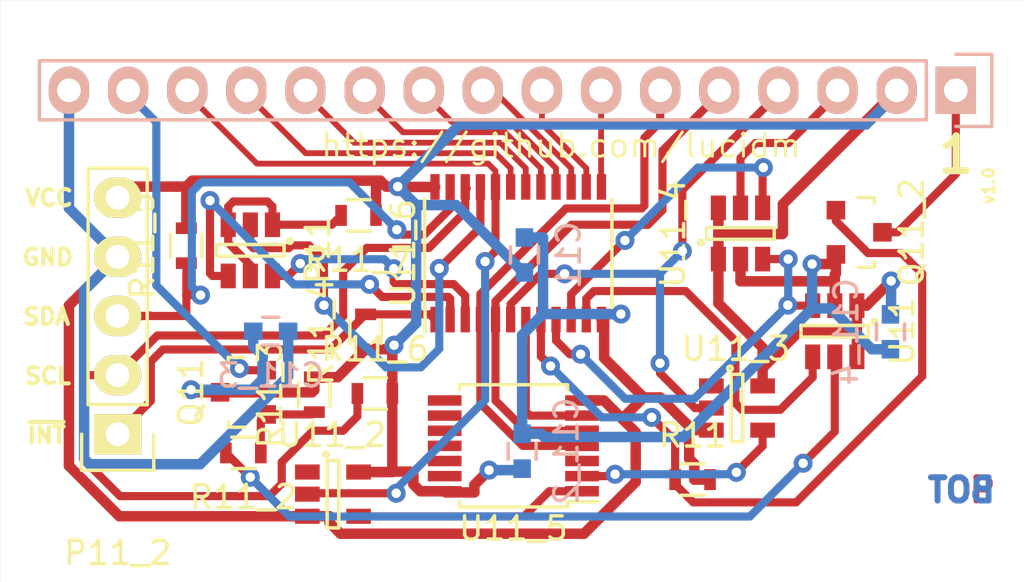
<source format=kicad_pcb>
(kicad_pcb (version 20171130) (host pcbnew "(5.1.12)-1")

  (general
    (thickness 1.6)
    (drawings 16)
    (tracks 443)
    (zones 0)
    (modules 22)
    (nets 33)
  )

  (page A4)
  (title_block
    (title i2lcd)
    (date 2015-11-17)
    (rev 0.1)
    (company "Jarek Zok <jarekzok@gmail.com>")
    (comment 1 https://github.com/lucidm)
  )

  (layers
    (0 F.Cu signal)
    (31 B.Cu signal)
    (32 B.Adhes user)
    (33 F.Adhes user hide)
    (34 B.Paste user)
    (35 F.Paste user)
    (36 B.SilkS user)
    (37 F.SilkS user)
    (38 B.Mask user)
    (39 F.Mask user)
    (40 Dwgs.User user)
    (41 Cmts.User user)
    (42 Eco1.User user)
    (43 Eco2.User user)
    (44 Edge.Cuts user)
    (45 Margin user)
    (46 B.CrtYd user)
    (47 F.CrtYd user)
    (48 B.Fab user)
    (49 F.Fab user hide)
  )

  (setup
    (last_trace_width 0.35)
    (trace_clearance 0.2)
    (zone_clearance 0.508)
    (zone_45_only no)
    (trace_min 0.2)
    (via_size 0.8128)
    (via_drill 0.4064)
    (via_min_size 0.7112)
    (via_min_drill 0.4064)
    (uvia_size 0.3)
    (uvia_drill 0.1)
    (uvias_allowed no)
    (uvia_min_size 0)
    (uvia_min_drill 0)
    (edge_width 0.01)
    (segment_width 0.2)
    (pcb_text_width 0.3)
    (pcb_text_size 1.5 1.5)
    (mod_edge_width 0.15)
    (mod_text_size 1 1)
    (mod_text_width 0.15)
    (pad_size 1.524 1.524)
    (pad_drill 0.762)
    (pad_to_mask_clearance 0.2)
    (aux_axis_origin 0 0)
    (grid_origin 212.4456 136.4488)
    (visible_elements 7FFFFFFF)
    (pcbplotparams
      (layerselection 0x010f0_80000001)
      (usegerberextensions false)
      (usegerberattributes true)
      (usegerberadvancedattributes true)
      (creategerberjobfile true)
      (excludeedgelayer true)
      (linewidth 0.100000)
      (plotframeref false)
      (viasonmask false)
      (mode 1)
      (useauxorigin false)
      (hpglpennumber 1)
      (hpglpenspeed 20)
      (hpglpendiameter 15.000000)
      (psnegative false)
      (psa4output false)
      (plotreference true)
      (plotvalue true)
      (plotinvisibletext false)
      (padsonsilk false)
      (subtractmaskfromsilk false)
      (outputformat 1)
      (mirror false)
      (drillshape 0)
      (scaleselection 1)
      (outputdirectory "i2lcd-export/"))
  )

  (net 0 "")
  (net 1 "Net-(DS1-Pad1)")
  (net 2 VCC)
  (net 3 VO)
  (net 4 R/~S)
  (net 5 R/~W)
  (net 6 E)
  (net 7 /D0)
  (net 8 /D1)
  (net 9 /D2)
  (net 10 /D3)
  (net 11 /D4)
  (net 12 /D5)
  (net 13 /D6)
  (net 14 D7)
  (net 15 LED+)
  (net 16 Vss)
  (net 17 SDA)
  (net 18 SCL)
  (net 19 ~INT)
  (net 20 "Net-(P2-Pad1)")
  (net 21 A0)
  (net 22 A1)
  (net 23 A2)
  (net 24 PWR)
  (net 25 "Net-(Q2-Pad1)")
  (net 26 BRHT)
  (net 27 IRS)
  (net 28 U/~D)
  (net 29 ~ACS)
  (net 30 ~BCS)
  (net 31 "Net-(U4-Pad4)")
  (net 32 "Net-(U5-Pad4)")

  (net_class Default "To jest domyślna klasa połączeń."
    (clearance 0.2)
    (trace_width 0.35)
    (via_dia 0.8128)
    (via_drill 0.4064)
    (uvia_dia 0.3)
    (uvia_drill 0.1)
    (add_net /D0)
    (add_net /D1)
    (add_net /D2)
    (add_net /D3)
    (add_net /D4)
    (add_net /D5)
    (add_net /D6)
    (add_net A0)
    (add_net A1)
    (add_net A2)
    (add_net BRHT)
    (add_net D7)
    (add_net E)
    (add_net IRS)
    (add_net LED+)
    (add_net "Net-(DS1-Pad1)")
    (add_net "Net-(P2-Pad1)")
    (add_net "Net-(Q2-Pad1)")
    (add_net "Net-(U4-Pad4)")
    (add_net "Net-(U5-Pad4)")
    (add_net PWR)
    (add_net R/~S)
    (add_net R/~W)
    (add_net SCL)
    (add_net SDA)
    (add_net U/~D)
    (add_net VO)
    (add_net ~ACS)
    (add_net ~BCS)
    (add_net ~INT)
  )

  (net_class Power ""
    (clearance 0.2)
    (trace_width 0.45)
    (via_dia 0.8128)
    (via_drill 0.4064)
    (uvia_dia 0.3)
    (uvia_drill 0.1)
    (add_net VCC)
    (add_net Vss)
  )

  (module Resistors_SMD:R_0603 (layer F.Cu) (tedit 5415CC62) (tstamp 564B8EF3)
    (at 51.8492 45.6992 180)
    (descr "Resistor SMD 0603, reflow soldering, Vishay (see dcrcw.pdf)")
    (tags "resistor 0603")
    (path /5647935C)
    (attr smd)
    (fp_text reference R11_7 (at 0 -1.9 180) (layer F.SilkS)
      (effects (font (size 1 1) (thickness 0.15)))
    )
    (fp_text value 47k (at 0 1.9 180) (layer F.Fab)
      (effects (font (size 1 1) (thickness 0.15)))
    )
    (fp_line (start -0.5 -0.675) (end 0.5 -0.675) (layer F.SilkS) (width 0.15))
    (fp_line (start 0.5 0.675) (end -0.5 0.675) (layer F.SilkS) (width 0.15))
    (fp_line (start 1.3 -0.8) (end 1.3 0.8) (layer F.CrtYd) (width 0.05))
    (fp_line (start -1.3 -0.8) (end -1.3 0.8) (layer F.CrtYd) (width 0.05))
    (fp_line (start -1.3 0.8) (end 1.3 0.8) (layer F.CrtYd) (width 0.05))
    (fp_line (start -1.3 -0.8) (end 1.3 -0.8) (layer F.CrtYd) (width 0.05))
    (pad 1 smd rect (at -0.75 0 180) (size 0.5 0.9) (layers F.Cu F.Paste F.Mask)
      (net 2 VCC))
    (pad 2 smd rect (at 0.75 0 180) (size 0.5 0.9) (layers F.Cu F.Paste F.Mask)
      (net 20 "Net-(P2-Pad1)"))
    (model Resistors_SMD.3dshapes/R_0603.wrl
      (at (xyz 0 0 0))
      (scale (xyz 1 1 1))
      (rotate (xyz 0 0 0))
    )
  )

  (module Housings_SSOP:TSSOP-24_4.4x7.8mm_Pitch0.65mm (layer F.Cu) (tedit 54130A77) (tstamp 564B8F4A)
    (at 58.7073 47.3248 90)
    (descr "TSSOP24: plastic thin shrink small outline package; 24 leads; body width 4.4 mm; (see NXP SSOP-TSSOP-VSO-REFLOW.pdf and sot355-1_po.pdf)")
    (tags "SSOP 0.65")
    (path /5646E6C4)
    (attr smd)
    (fp_text reference U11_6 (at 0 -4.95 90) (layer F.SilkS)
      (effects (font (size 1 1) (thickness 0.15)))
    )
    (fp_text value PCA9535 (at 0 4.95 90) (layer F.Fab)
      (effects (font (size 1 1) (thickness 0.15)))
    )
    (fp_line (start -2.325 -4) (end -3.4 -4) (layer F.SilkS) (width 0.15))
    (fp_line (start -2.325 4.025) (end 2.325 4.025) (layer F.SilkS) (width 0.15))
    (fp_line (start -2.325 -4.025) (end 2.325 -4.025) (layer F.SilkS) (width 0.15))
    (fp_line (start -2.325 4.025) (end -2.325 4) (layer F.SilkS) (width 0.15))
    (fp_line (start 2.325 4.025) (end 2.325 4) (layer F.SilkS) (width 0.15))
    (fp_line (start 2.325 -4.025) (end 2.325 -4) (layer F.SilkS) (width 0.15))
    (fp_line (start -2.325 -4.025) (end -2.325 -4) (layer F.SilkS) (width 0.15))
    (fp_line (start -3.65 4.2) (end 3.65 4.2) (layer F.CrtYd) (width 0.05))
    (fp_line (start -3.65 -4.2) (end 3.65 -4.2) (layer F.CrtYd) (width 0.05))
    (fp_line (start 3.65 -4.2) (end 3.65 4.2) (layer F.CrtYd) (width 0.05))
    (fp_line (start -3.65 -4.2) (end -3.65 4.2) (layer F.CrtYd) (width 0.05))
    (pad 1 smd rect (at -2.85 -3.575 90) (size 1.1 0.4) (layers F.Cu F.Paste F.Mask)
      (net 19 ~INT))
    (pad 2 smd rect (at -2.85 -2.925 90) (size 1.1 0.4) (layers F.Cu F.Paste F.Mask)
      (net 22 A1))
    (pad 3 smd rect (at -2.85 -2.275 90) (size 1.1 0.4) (layers F.Cu F.Paste F.Mask)
      (net 23 A2))
    (pad 4 smd rect (at -2.85 -1.625 90) (size 1.1 0.4) (layers F.Cu F.Paste F.Mask)
      (net 6 E))
    (pad 5 smd rect (at -2.85 -0.975 90) (size 1.1 0.4) (layers F.Cu F.Paste F.Mask)
      (net 5 R/~W))
    (pad 6 smd rect (at -2.85 -0.325 90) (size 1.1 0.4) (layers F.Cu F.Paste F.Mask)
      (net 4 R/~S))
    (pad 7 smd rect (at -2.85 0.325 90) (size 1.1 0.4) (layers F.Cu F.Paste F.Mask)
      (net 27 IRS))
    (pad 8 smd rect (at -2.85 0.975 90) (size 1.1 0.4) (layers F.Cu F.Paste F.Mask)
      (net 24 PWR))
    (pad 9 smd rect (at -2.85 1.625 90) (size 1.1 0.4) (layers F.Cu F.Paste F.Mask)
      (net 28 U/~D))
    (pad 10 smd rect (at -2.85 2.275 90) (size 1.1 0.4) (layers F.Cu F.Paste F.Mask)
      (net 29 ~ACS))
    (pad 11 smd rect (at -2.85 2.925 90) (size 1.1 0.4) (layers F.Cu F.Paste F.Mask)
      (net 30 ~BCS))
    (pad 12 smd rect (at -2.85 3.575 90) (size 1.1 0.4) (layers F.Cu F.Paste F.Mask)
      (net 16 Vss))
    (pad 13 smd rect (at 2.85 3.575 90) (size 1.1 0.4) (layers F.Cu F.Paste F.Mask)
      (net 7 /D0))
    (pad 14 smd rect (at 2.85 2.925 90) (size 1.1 0.4) (layers F.Cu F.Paste F.Mask)
      (net 8 /D1))
    (pad 15 smd rect (at 2.85 2.275 90) (size 1.1 0.4) (layers F.Cu F.Paste F.Mask)
      (net 9 /D2))
    (pad 16 smd rect (at 2.85 1.625 90) (size 1.1 0.4) (layers F.Cu F.Paste F.Mask)
      (net 10 /D3))
    (pad 17 smd rect (at 2.85 0.975 90) (size 1.1 0.4) (layers F.Cu F.Paste F.Mask)
      (net 11 /D4))
    (pad 18 smd rect (at 2.85 0.325 90) (size 1.1 0.4) (layers F.Cu F.Paste F.Mask)
      (net 12 /D5))
    (pad 19 smd rect (at 2.85 -0.325 90) (size 1.1 0.4) (layers F.Cu F.Paste F.Mask)
      (net 13 /D6))
    (pad 20 smd rect (at 2.85 -0.975 90) (size 1.1 0.4) (layers F.Cu F.Paste F.Mask)
      (net 14 D7))
    (pad 21 smd rect (at 2.85 -1.625 90) (size 1.1 0.4) (layers F.Cu F.Paste F.Mask)
      (net 21 A0))
    (pad 22 smd rect (at 2.85 -2.275 90) (size 1.1 0.4) (layers F.Cu F.Paste F.Mask)
      (net 18 SCL))
    (pad 23 smd rect (at 2.85 -2.925 90) (size 1.1 0.4) (layers F.Cu F.Paste F.Mask)
      (net 17 SDA))
    (pad 24 smd rect (at 2.85 -3.575 90) (size 1.1 0.4) (layers F.Cu F.Paste F.Mask)
      (net 2 VCC))
    (model Housings_SSOP.3dshapes/TSSOP-24_4.4x7.8mm_Pitch0.65mm.wrl
      (at (xyz 0 0 0))
      (scale (xyz 1 1 1))
      (rotate (xyz 0 0 0))
    )
  )

  (module Housings_SSOP:TSSOP-14_4.4x5mm_Pitch0.65mm (layer F.Cu) (tedit 54130A77) (tstamp 564B8FA9)
    (at 58.4992 55.5992 180)
    (descr "14-Lead Plastic Thin Shrink Small Outline (ST)-4.4 mm Body [TSSOP] (see Microchip Packaging Specification 00000049BS.pdf)")
    (tags "SSOP 0.65")
    (path /5647A503)
    (attr smd)
    (fp_text reference U11_5 (at 0 -3.55 180) (layer F.SilkS)
      (effects (font (size 1 1) (thickness 0.15)))
    )
    (fp_text value 74LS21 (at 0 3.55 180) (layer F.Fab)
      (effects (font (size 1 1) (thickness 0.15)))
    )
    (fp_line (start -2.325 -2.4) (end -3.675 -2.4) (layer F.SilkS) (width 0.15))
    (fp_line (start -2.325 2.625) (end 2.325 2.625) (layer F.SilkS) (width 0.15))
    (fp_line (start -2.325 -2.625) (end 2.325 -2.625) (layer F.SilkS) (width 0.15))
    (fp_line (start -2.325 2.625) (end -2.325 2.4) (layer F.SilkS) (width 0.15))
    (fp_line (start 2.325 2.625) (end 2.325 2.4) (layer F.SilkS) (width 0.15))
    (fp_line (start 2.325 -2.625) (end 2.325 -2.4) (layer F.SilkS) (width 0.15))
    (fp_line (start -2.325 -2.625) (end -2.325 -2.4) (layer F.SilkS) (width 0.15))
    (fp_line (start -3.95 2.8) (end 3.95 2.8) (layer F.CrtYd) (width 0.05))
    (fp_line (start -3.95 -2.8) (end 3.95 -2.8) (layer F.CrtYd) (width 0.05))
    (fp_line (start 3.95 -2.8) (end 3.95 2.8) (layer F.CrtYd) (width 0.05))
    (fp_line (start -3.95 -2.8) (end -3.95 2.8) (layer F.CrtYd) (width 0.05))
    (pad 1 smd rect (at -2.95 -1.95 180) (size 1.45 0.45) (layers F.Cu F.Paste F.Mask)
      (net 32 "Net-(U5-Pad4)"))
    (pad 2 smd rect (at -2.95 -1.3 180) (size 1.45 0.45) (layers F.Cu F.Paste F.Mask)
      (net 31 "Net-(U4-Pad4)"))
    (pad 3 smd rect (at -2.95 -0.65 180) (size 1.45 0.45) (layers F.Cu F.Paste F.Mask))
    (pad 4 smd rect (at -2.95 0 180) (size 1.45 0.45) (layers F.Cu F.Paste F.Mask)
      (net 6 E))
    (pad 5 smd rect (at -2.95 0.65 180) (size 1.45 0.45) (layers F.Cu F.Paste F.Mask)
      (net 5 R/~W))
    (pad 6 smd rect (at -2.95 1.3 180) (size 1.45 0.45) (layers F.Cu F.Paste F.Mask)
      (net 27 IRS))
    (pad 7 smd rect (at -2.95 1.95 180) (size 1.45 0.45) (layers F.Cu F.Paste F.Mask)
      (net 16 Vss))
    (pad 8 smd rect (at 2.95 1.95 180) (size 1.45 0.45) (layers F.Cu F.Paste F.Mask))
    (pad 9 smd rect (at 2.95 1.3 180) (size 1.45 0.45) (layers F.Cu F.Paste F.Mask))
    (pad 10 smd rect (at 2.95 0.65 180) (size 1.45 0.45) (layers F.Cu F.Paste F.Mask))
    (pad 11 smd rect (at 2.95 0 180) (size 1.45 0.45) (layers F.Cu F.Paste F.Mask))
    (pad 12 smd rect (at 2.95 -0.65 180) (size 1.45 0.45) (layers F.Cu F.Paste F.Mask))
    (pad 13 smd rect (at 2.95 -1.3 180) (size 1.45 0.45) (layers F.Cu F.Paste F.Mask))
    (pad 14 smd rect (at 2.95 -1.95 180) (size 1.45 0.45) (layers F.Cu F.Paste F.Mask)
      (net 2 VCC))
    (model Housings_SSOP.3dshapes/TSSOP-14_4.4x5mm_Pitch0.65mm.wrl
      (at (xyz 0 0 0))
      (scale (xyz 1 1 1))
      (rotate (xyz 0 0 0))
    )
  )

  (module Capacitors_SMD:C_0603 (layer B.Cu) (tedit 5415D631) (tstamp 56509AC3)
    (at 74.6992 50.6992 270)
    (descr "Capacitor SMD 0603, reflow soldering, AVX (see smccp.pdf)")
    (tags "capacitor 0603")
    (path /5650A4C7)
    (attr smd)
    (fp_text reference C11_4 (at 0 1.9 270) (layer B.SilkS)
      (effects (font (size 1 1) (thickness 0.15)) (justify mirror))
    )
    (fp_text value 100n (at 0 -1.9 270) (layer B.Fab)
      (effects (font (size 1 1) (thickness 0.15)) (justify mirror))
    )
    (fp_line (start 0.35 -0.6) (end -0.35 -0.6) (layer B.SilkS) (width 0.15))
    (fp_line (start -0.35 0.6) (end 0.35 0.6) (layer B.SilkS) (width 0.15))
    (fp_line (start 1.45 0.75) (end 1.45 -0.75) (layer B.CrtYd) (width 0.05))
    (fp_line (start -1.45 0.75) (end -1.45 -0.75) (layer B.CrtYd) (width 0.05))
    (fp_line (start -1.45 -0.75) (end 1.45 -0.75) (layer B.CrtYd) (width 0.05))
    (fp_line (start -1.45 0.75) (end 1.45 0.75) (layer B.CrtYd) (width 0.05))
    (pad 1 smd rect (at -0.75 0 270) (size 0.8 0.75) (layers B.Cu B.Paste B.Mask)
      (net 2 VCC))
    (pad 2 smd rect (at 0.75 0 270) (size 0.8 0.75) (layers B.Cu B.Paste B.Mask)
      (net 16 Vss))
    (model Capacitors_SMD.3dshapes/C_0603.wrl
      (at (xyz 0 0 0))
      (scale (xyz 1 1 1))
      (rotate (xyz 0 0 0))
    )
  )

  (module Capacitors_SMD:C_0603 (layer B.Cu) (tedit 5415D631) (tstamp 56509AB7)
    (at 48.0742 50.6742)
    (descr "Capacitor SMD 0603, reflow soldering, AVX (see smccp.pdf)")
    (tags "capacitor 0603")
    (path /56509A60)
    (attr smd)
    (fp_text reference C11_3 (at 0 1.9) (layer B.SilkS)
      (effects (font (size 1 1) (thickness 0.15)) (justify mirror))
    )
    (fp_text value 100n (at 0 -1.9) (layer B.Fab)
      (effects (font (size 1 1) (thickness 0.15)) (justify mirror))
    )
    (fp_line (start 0.35 -0.6) (end -0.35 -0.6) (layer B.SilkS) (width 0.15))
    (fp_line (start -0.35 0.6) (end 0.35 0.6) (layer B.SilkS) (width 0.15))
    (fp_line (start 1.45 0.75) (end 1.45 -0.75) (layer B.CrtYd) (width 0.05))
    (fp_line (start -1.45 0.75) (end -1.45 -0.75) (layer B.CrtYd) (width 0.05))
    (fp_line (start -1.45 -0.75) (end 1.45 -0.75) (layer B.CrtYd) (width 0.05))
    (fp_line (start -1.45 0.75) (end 1.45 0.75) (layer B.CrtYd) (width 0.05))
    (pad 1 smd rect (at -0.75 0) (size 0.8 0.75) (layers B.Cu B.Paste B.Mask)
      (net 2 VCC))
    (pad 2 smd rect (at 0.75 0) (size 0.8 0.75) (layers B.Cu B.Paste B.Mask)
      (net 16 Vss))
    (model Capacitors_SMD.3dshapes/C_0603.wrl
      (at (xyz 0 0 0))
      (scale (xyz 1 1 1))
      (rotate (xyz 0 0 0))
    )
  )

  (module Capacitors_SMD:C_0603 (layer B.Cu) (tedit 5415D631) (tstamp 56509AAB)
    (at 58.8772 55.8292 90)
    (descr "Capacitor SMD 0603, reflow soldering, AVX (see smccp.pdf)")
    (tags "capacitor 0603")
    (path /5650A521)
    (attr smd)
    (fp_text reference C11_2 (at 0 1.9 90) (layer B.SilkS)
      (effects (font (size 1 1) (thickness 0.15)) (justify mirror))
    )
    (fp_text value 100n (at 0 -1.9 90) (layer B.Fab)
      (effects (font (size 1 1) (thickness 0.15)) (justify mirror))
    )
    (fp_line (start 0.35 -0.6) (end -0.35 -0.6) (layer B.SilkS) (width 0.15))
    (fp_line (start -0.35 0.6) (end 0.35 0.6) (layer B.SilkS) (width 0.15))
    (fp_line (start 1.45 0.75) (end 1.45 -0.75) (layer B.CrtYd) (width 0.05))
    (fp_line (start -1.45 0.75) (end -1.45 -0.75) (layer B.CrtYd) (width 0.05))
    (fp_line (start -1.45 -0.75) (end 1.45 -0.75) (layer B.CrtYd) (width 0.05))
    (fp_line (start -1.45 0.75) (end 1.45 0.75) (layer B.CrtYd) (width 0.05))
    (pad 1 smd rect (at -0.75 0 90) (size 0.8 0.75) (layers B.Cu B.Paste B.Mask)
      (net 2 VCC))
    (pad 2 smd rect (at 0.75 0 90) (size 0.8 0.75) (layers B.Cu B.Paste B.Mask)
      (net 16 Vss))
    (model Capacitors_SMD.3dshapes/C_0603.wrl
      (at (xyz 0 0 0))
      (scale (xyz 1 1 1))
      (rotate (xyz 0 0 0))
    )
  )

  (module Capacitors_SMD:C_0603 (layer B.Cu) (tedit 5415D631) (tstamp 56509A9F)
    (at 58.9742 47.3992 90)
    (descr "Capacitor SMD 0603, reflow soldering, AVX (see smccp.pdf)")
    (tags "capacitor 0603")
    (path /5650A58A)
    (attr smd)
    (fp_text reference C11 (at 0 1.9 90) (layer B.SilkS)
      (effects (font (size 1 1) (thickness 0.15)) (justify mirror))
    )
    (fp_text value 100n (at 0 -1.9 90) (layer B.Fab)
      (effects (font (size 1 1) (thickness 0.15)) (justify mirror))
    )
    (fp_line (start 0.35 -0.6) (end -0.35 -0.6) (layer B.SilkS) (width 0.15))
    (fp_line (start -0.35 0.6) (end 0.35 0.6) (layer B.SilkS) (width 0.15))
    (fp_line (start 1.45 0.75) (end 1.45 -0.75) (layer B.CrtYd) (width 0.05))
    (fp_line (start -1.45 0.75) (end -1.45 -0.75) (layer B.CrtYd) (width 0.05))
    (fp_line (start -1.45 -0.75) (end 1.45 -0.75) (layer B.CrtYd) (width 0.05))
    (fp_line (start -1.45 0.75) (end 1.45 0.75) (layer B.CrtYd) (width 0.05))
    (pad 1 smd rect (at -0.75 0 90) (size 0.8 0.75) (layers B.Cu B.Paste B.Mask)
      (net 2 VCC))
    (pad 2 smd rect (at 0.75 0 90) (size 0.8 0.75) (layers B.Cu B.Paste B.Mask)
      (net 16 Vss))
    (model Capacitors_SMD.3dshapes/C_0603.wrl
      (at (xyz 0 0 0))
      (scale (xyz 1 1 1))
      (rotate (xyz 0 0 0))
    )
  )

  (module Pin_Headers:Pin_Header_Straight_1x05 (layer F.Cu) (tedit 54EA0684) (tstamp 564B8EB0)
    (at 41.4992 55.0992 180)
    (descr "Through hole pin header")
    (tags "pin header")
    (path /5646FD2F)
    (fp_text reference P11_2 (at 0 -5.1 180) (layer F.SilkS)
      (effects (font (size 1 1) (thickness 0.15)))
    )
    (fp_text value CONN_01X05 (at 0 -3.1 180) (layer F.Fab)
      (effects (font (size 1 1) (thickness 0.15)))
    )
    (fp_line (start 1.27 1.27) (end -1.27 1.27) (layer F.SilkS) (width 0.15))
    (fp_line (start -1.27 11.43) (end -1.27 1.27) (layer F.SilkS) (width 0.15))
    (fp_line (start 1.27 11.43) (end -1.27 11.43) (layer F.SilkS) (width 0.15))
    (fp_line (start 1.27 1.27) (end 1.27 11.43) (layer F.SilkS) (width 0.15))
    (fp_line (start -1.75 11.95) (end 1.75 11.95) (layer F.CrtYd) (width 0.05))
    (fp_line (start -1.75 -1.75) (end 1.75 -1.75) (layer F.CrtYd) (width 0.05))
    (fp_line (start 1.75 -1.75) (end 1.75 11.95) (layer F.CrtYd) (width 0.05))
    (fp_line (start -1.75 -1.75) (end -1.75 11.95) (layer F.CrtYd) (width 0.05))
    (fp_line (start 1.55 -1.55) (end 1.55 0) (layer F.SilkS) (width 0.15))
    (fp_line (start -1.55 -1.55) (end 1.55 -1.55) (layer F.SilkS) (width 0.15))
    (fp_line (start -1.55 0) (end -1.55 -1.55) (layer F.SilkS) (width 0.15))
    (pad 1 thru_hole rect (at 0 0 180) (size 2.032 1.7272) (drill 1.016) (layers *.Cu *.Mask F.SilkS)
      (net 19 ~INT))
    (pad 2 thru_hole oval (at 0 2.54 180) (size 2.032 1.7272) (drill 1.016) (layers *.Cu *.Mask F.SilkS)
      (net 18 SCL))
    (pad 3 thru_hole oval (at 0 5.08 180) (size 2.032 1.7272) (drill 1.016) (layers *.Cu *.Mask F.SilkS)
      (net 17 SDA))
    (pad 4 thru_hole oval (at 0 7.62 180) (size 2.032 1.7272) (drill 1.016) (layers *.Cu *.Mask F.SilkS)
      (net 16 Vss))
    (pad 5 thru_hole oval (at 0 10.16 180) (size 2.032 1.7272) (drill 1.016) (layers *.Cu *.Mask F.SilkS)
      (net 2 VCC))
    (model Pin_Headers.3dshapes/Pin_Header_Straight_1x05.wrl
      (offset (xyz 0 -5.079999923706055 0))
      (scale (xyz 1 1 1))
      (rotate (xyz 0 0 90))
    )
  )

  (module Resistors_SMD:R_0603 (layer F.Cu) (tedit 5415CC62) (tstamp 564B907C)
    (at 52.5492 53.3492)
    (descr "Resistor SMD 0603, reflow soldering, Vishay (see dcrcw.pdf)")
    (tags "resistor 0603")
    (path /564B9379)
    (attr smd)
    (fp_text reference R11_6 (at 0 -1.9) (layer F.SilkS)
      (effects (font (size 1 1) (thickness 0.15)))
    )
    (fp_text value 4.7k (at 0 1.9) (layer F.Fab)
      (effects (font (size 1 1) (thickness 0.15)))
    )
    (fp_line (start -0.5 -0.675) (end 0.5 -0.675) (layer F.SilkS) (width 0.15))
    (fp_line (start 0.5 0.675) (end -0.5 0.675) (layer F.SilkS) (width 0.15))
    (fp_line (start 1.3 -0.8) (end 1.3 0.8) (layer F.CrtYd) (width 0.05))
    (fp_line (start -1.3 -0.8) (end -1.3 0.8) (layer F.CrtYd) (width 0.05))
    (fp_line (start -1.3 0.8) (end 1.3 0.8) (layer F.CrtYd) (width 0.05))
    (fp_line (start -1.3 -0.8) (end 1.3 -0.8) (layer F.CrtYd) (width 0.05))
    (pad 1 smd rect (at -0.75 0) (size 0.5 0.9) (layers F.Cu F.Paste F.Mask)
      (net 18 SCL))
    (pad 2 smd rect (at 0.75 0) (size 0.5 0.9) (layers F.Cu F.Paste F.Mask)
      (net 2 VCC))
    (model Resistors_SMD.3dshapes/R_0603.wrl
      (at (xyz 0 0 0))
      (scale (xyz 1 1 1))
      (rotate (xyz 0 0 0))
    )
  )

  (module Resistors_SMD:R_0603 (layer F.Cu) (tedit 5415CC62) (tstamp 564B9070)
    (at 44.4492 46.9992 90)
    (descr "Resistor SMD 0603, reflow soldering, Vishay (see dcrcw.pdf)")
    (tags "resistor 0603")
    (path /564B930C)
    (attr smd)
    (fp_text reference R11_5 (at 0 -1.9 90) (layer F.SilkS)
      (effects (font (size 1 1) (thickness 0.15)))
    )
    (fp_text value 4.7k (at 0 1.9 90) (layer F.Fab)
      (effects (font (size 1 1) (thickness 0.15)))
    )
    (fp_line (start -0.5 -0.675) (end 0.5 -0.675) (layer F.SilkS) (width 0.15))
    (fp_line (start 0.5 0.675) (end -0.5 0.675) (layer F.SilkS) (width 0.15))
    (fp_line (start 1.3 -0.8) (end 1.3 0.8) (layer F.CrtYd) (width 0.05))
    (fp_line (start -1.3 -0.8) (end -1.3 0.8) (layer F.CrtYd) (width 0.05))
    (fp_line (start -1.3 0.8) (end 1.3 0.8) (layer F.CrtYd) (width 0.05))
    (fp_line (start -1.3 -0.8) (end 1.3 -0.8) (layer F.CrtYd) (width 0.05))
    (pad 1 smd rect (at -0.75 0 90) (size 0.5 0.9) (layers F.Cu F.Paste F.Mask)
      (net 17 SDA))
    (pad 2 smd rect (at 0.75 0 90) (size 0.5 0.9) (layers F.Cu F.Paste F.Mask)
      (net 2 VCC))
    (model Resistors_SMD.3dshapes/R_0603.wrl
      (at (xyz 0 0 0))
      (scale (xyz 1 1 1))
      (rotate (xyz 0 0 0))
    )
  )

  (module Resistors_SMD:R_0603 (layer F.Cu) (tedit 5415CC62) (tstamp 564B8F23)
    (at 52.1492 50.6992 90)
    (descr "Resistor SMD 0603, reflow soldering, Vishay (see dcrcw.pdf)")
    (tags "resistor 0603")
    (path /5648A766)
    (attr smd)
    (fp_text reference R11_4 (at 0 -1.9 90) (layer F.SilkS)
      (effects (font (size 1 1) (thickness 0.15)))
    )
    (fp_text value 4.7k (at 0 1.9 90) (layer F.Fab)
      (effects (font (size 1 1) (thickness 0.15)))
    )
    (fp_line (start -0.5 -0.675) (end 0.5 -0.675) (layer F.SilkS) (width 0.15))
    (fp_line (start 0.5 0.675) (end -0.5 0.675) (layer F.SilkS) (width 0.15))
    (fp_line (start 1.3 -0.8) (end 1.3 0.8) (layer F.CrtYd) (width 0.05))
    (fp_line (start -1.3 -0.8) (end -1.3 0.8) (layer F.CrtYd) (width 0.05))
    (fp_line (start -1.3 0.8) (end 1.3 0.8) (layer F.CrtYd) (width 0.05))
    (fp_line (start -1.3 -0.8) (end 1.3 -0.8) (layer F.CrtYd) (width 0.05))
    (pad 1 smd rect (at -0.75 0 90) (size 0.5 0.9) (layers F.Cu F.Paste F.Mask)
      (net 2 VCC))
    (pad 2 smd rect (at 0.75 0 90) (size 0.5 0.9) (layers F.Cu F.Paste F.Mask)
      (net 19 ~INT))
    (model Resistors_SMD.3dshapes/R_0603.wrl
      (at (xyz 0 0 0))
      (scale (xyz 1 1 1))
      (rotate (xyz 0 0 0))
    )
  )

  (module Resistors_SMD:R_0603 (layer F.Cu) (tedit 5415CC62) (tstamp 564B8F17)
    (at 49.9492 53.3992 90)
    (descr "Resistor SMD 0603, reflow soldering, Vishay (see dcrcw.pdf)")
    (tags "resistor 0603")
    (path /564741C2)
    (attr smd)
    (fp_text reference R11_3 (at 0 -1.9 90) (layer F.SilkS)
      (effects (font (size 1 1) (thickness 0.15)))
    )
    (fp_text value 220k (at 0 1.9 90) (layer F.Fab)
      (effects (font (size 1 1) (thickness 0.15)))
    )
    (fp_line (start -0.5 -0.675) (end 0.5 -0.675) (layer F.SilkS) (width 0.15))
    (fp_line (start 0.5 0.675) (end -0.5 0.675) (layer F.SilkS) (width 0.15))
    (fp_line (start 1.3 -0.8) (end 1.3 0.8) (layer F.CrtYd) (width 0.05))
    (fp_line (start -1.3 -0.8) (end -1.3 0.8) (layer F.CrtYd) (width 0.05))
    (fp_line (start -1.3 0.8) (end 1.3 0.8) (layer F.CrtYd) (width 0.05))
    (fp_line (start -1.3 -0.8) (end 1.3 -0.8) (layer F.CrtYd) (width 0.05))
    (pad 1 smd rect (at -0.75 0 90) (size 0.5 0.9) (layers F.Cu F.Paste F.Mask)
      (net 25 "Net-(Q2-Pad1)"))
    (pad 2 smd rect (at 0.75 0 90) (size 0.5 0.9) (layers F.Cu F.Paste F.Mask)
      (net 2 VCC))
    (model Resistors_SMD.3dshapes/R_0603.wrl
      (at (xyz 0 0 0))
      (scale (xyz 1 1 1))
      (rotate (xyz 0 0 0))
    )
  )

  (module Resistors_SMD:R_0603 (layer F.Cu) (tedit 5415CC62) (tstamp 564B8F0B)
    (at 46.8992 55.8992 180)
    (descr "Resistor SMD 0603, reflow soldering, Vishay (see dcrcw.pdf)")
    (tags "resistor 0603")
    (path /56491745)
    (attr smd)
    (fp_text reference R11_2 (at 0 -1.9 180) (layer F.SilkS)
      (effects (font (size 1 1) (thickness 0.15)))
    )
    (fp_text value 4.7k (at 0 1.9 180) (layer F.Fab)
      (effects (font (size 1 1) (thickness 0.15)))
    )
    (fp_line (start -0.5 -0.675) (end 0.5 -0.675) (layer F.SilkS) (width 0.15))
    (fp_line (start 0.5 0.675) (end -0.5 0.675) (layer F.SilkS) (width 0.15))
    (fp_line (start 1.3 -0.8) (end 1.3 0.8) (layer F.CrtYd) (width 0.05))
    (fp_line (start -1.3 -0.8) (end -1.3 0.8) (layer F.CrtYd) (width 0.05))
    (fp_line (start -1.3 0.8) (end 1.3 0.8) (layer F.CrtYd) (width 0.05))
    (fp_line (start -1.3 -0.8) (end 1.3 -0.8) (layer F.CrtYd) (width 0.05))
    (pad 1 smd rect (at -0.75 0 180) (size 0.5 0.9) (layers F.Cu F.Paste F.Mask)
      (net 25 "Net-(Q2-Pad1)"))
    (pad 2 smd rect (at 0.75 0 180) (size 0.5 0.9) (layers F.Cu F.Paste F.Mask)
      (net 26 BRHT))
    (model Resistors_SMD.3dshapes/R_0603.wrl
      (at (xyz 0 0 0))
      (scale (xyz 1 1 1))
      (rotate (xyz 0 0 0))
    )
  )

  (module Resistors_SMD:R_0603 (layer F.Cu) (tedit 5415CC62) (tstamp 564B8EFF)
    (at 66.1992 57.0492)
    (descr "Resistor SMD 0603, reflow soldering, Vishay (see dcrcw.pdf)")
    (tags "resistor 0603")
    (path /56472EAB)
    (attr smd)
    (fp_text reference R11 (at 0 -1.9) (layer F.SilkS)
      (effects (font (size 1 1) (thickness 0.15)))
    )
    (fp_text value 100k (at 0 1.9) (layer F.Fab)
      (effects (font (size 1 1) (thickness 0.15)))
    )
    (fp_line (start -0.5 -0.675) (end 0.5 -0.675) (layer F.SilkS) (width 0.15))
    (fp_line (start 0.5 0.675) (end -0.5 0.675) (layer F.SilkS) (width 0.15))
    (fp_line (start 1.3 -0.8) (end 1.3 0.8) (layer F.CrtYd) (width 0.05))
    (fp_line (start -1.3 -0.8) (end -1.3 0.8) (layer F.CrtYd) (width 0.05))
    (fp_line (start -1.3 0.8) (end 1.3 0.8) (layer F.CrtYd) (width 0.05))
    (fp_line (start -1.3 -0.8) (end 1.3 -0.8) (layer F.CrtYd) (width 0.05))
    (pad 1 smd rect (at -0.75 0) (size 0.5 0.9) (layers F.Cu F.Paste F.Mask)
      (net 24 PWR))
    (pad 2 smd rect (at 0.75 0) (size 0.5 0.9) (layers F.Cu F.Paste F.Mask)
      (net 16 Vss))
    (model Resistors_SMD.3dshapes/R_0603.wrl
      (at (xyz 0 0 0))
      (scale (xyz 1 1 1))
      (rotate (xyz 0 0 0))
    )
  )

  (module Pin_Headers:Pin_Header_Straight_1x16 (layer B.Cu) (tedit 56BB72E5) (tstamp 564B8E6F)
    (at 77.5073 40.3248 90)
    (descr "Through hole pin header")
    (tags "pin header")
    (path /5647021F)
    (fp_text reference DS11 (at 0 5.1 90) (layer B.SilkS) hide
      (effects (font (size 1 1) (thickness 0.15)) (justify mirror))
    )
    (fp_text value LCD-016N002L (at 0 3.1 90) (layer B.Fab) hide
      (effects (font (size 1 1) (thickness 0.15)) (justify mirror))
    )
    (fp_line (start -1.55 1.55) (end 1.55 1.55) (layer B.SilkS) (width 0.15))
    (fp_line (start -1.55 0) (end -1.55 1.55) (layer B.SilkS) (width 0.15))
    (fp_line (start 1.27 -1.27) (end -1.27 -1.27) (layer B.SilkS) (width 0.15))
    (fp_line (start 1.55 1.55) (end 1.55 0) (layer B.SilkS) (width 0.15))
    (fp_line (start 1.27 -39.37) (end 1.27 -1.27) (layer B.SilkS) (width 0.15))
    (fp_line (start -1.27 -39.37) (end 1.27 -39.37) (layer B.SilkS) (width 0.15))
    (fp_line (start -1.27 -1.27) (end -1.27 -39.37) (layer B.SilkS) (width 0.15))
    (fp_line (start -1.75 -39.85) (end 1.75 -39.85) (layer B.CrtYd) (width 0.05))
    (fp_line (start -1.75 1.75) (end 1.75 1.75) (layer B.CrtYd) (width 0.05))
    (fp_line (start 1.75 1.75) (end 1.75 -39.85) (layer B.CrtYd) (width 0.05))
    (fp_line (start -1.75 1.75) (end -1.75 -39.85) (layer B.CrtYd) (width 0.05))
    (pad 1 thru_hole rect (at 0 0 90) (size 2.032 1.7272) (drill 1.016) (layers *.Cu *.Mask B.SilkS)
      (net 1 "Net-(DS1-Pad1)"))
    (pad 2 thru_hole oval (at 0 -2.54 90) (size 2.032 1.7272) (drill 1.016) (layers *.Cu *.Mask B.SilkS)
      (net 2 VCC))
    (pad 3 thru_hole oval (at 0 -5.08 90) (size 2.032 1.7272) (drill 1.016) (layers *.Cu *.Mask B.SilkS)
      (net 3 VO))
    (pad 4 thru_hole oval (at 0 -7.62 90) (size 2.032 1.7272) (drill 1.016) (layers *.Cu *.Mask B.SilkS)
      (net 4 R/~S))
    (pad 5 thru_hole oval (at 0 -10.16 90) (size 2.032 1.7272) (drill 1.016) (layers *.Cu *.Mask B.SilkS)
      (net 5 R/~W))
    (pad 6 thru_hole oval (at 0 -12.7 90) (size 2.032 1.7272) (drill 1.016) (layers *.Cu *.Mask B.SilkS)
      (net 6 E))
    (pad 7 thru_hole oval (at 0 -15.24 90) (size 2.032 1.7272) (drill 1.016) (layers *.Cu *.Mask B.SilkS)
      (net 7 /D0))
    (pad 8 thru_hole oval (at 0 -17.78 90) (size 2.032 1.7272) (drill 1.016) (layers *.Cu *.Mask B.SilkS)
      (net 8 /D1))
    (pad 9 thru_hole oval (at 0 -20.32 90) (size 2.032 1.7272) (drill 1.016) (layers *.Cu *.Mask B.SilkS)
      (net 9 /D2))
    (pad 10 thru_hole oval (at 0 -22.86 90) (size 2.032 1.7272) (drill 1.016) (layers *.Cu *.Mask B.SilkS)
      (net 10 /D3))
    (pad 11 thru_hole oval (at 0 -25.4 90) (size 2.032 1.7272) (drill 1.016) (layers *.Cu *.Mask B.SilkS)
      (net 11 /D4))
    (pad 12 thru_hole oval (at 0 -27.94 90) (size 2.032 1.7272) (drill 1.016) (layers *.Cu *.Mask B.SilkS)
      (net 12 /D5))
    (pad 13 thru_hole oval (at 0 -30.48 90) (size 2.032 1.7272) (drill 1.016) (layers *.Cu *.Mask B.SilkS)
      (net 13 /D6))
    (pad 14 thru_hole oval (at 0 -33.02 90) (size 2.032 1.7272) (drill 1.016) (layers *.Cu *.Mask B.SilkS)
      (net 14 D7))
    (pad 15 thru_hole oval (at 0 -35.56 90) (size 2.032 1.7272) (drill 1.016) (layers *.Cu *.Mask B.SilkS)
      (net 15 LED+))
    (pad 16 thru_hole oval (at 0 -38.1 90) (size 2.032 1.7272) (drill 1.016) (layers *.Cu *.Mask B.SilkS)
      (net 16 Vss))
    (model Pin_Headers.3dshapes/Pin_Header_Straight_1x16.wrl
      (offset (xyz 0 -19.04999971389771 0))
      (scale (xyz 1 1 1))
      (rotate (xyz 0 0 90))
    )
  )

  (module TO_SOT_Packages_SMD:SOT-23-6 (layer F.Cu) (tedit 53DE8DE3) (tstamp 564B8F59)
    (at 68.2573 46.4748 90)
    (descr "6-pin SOT-23 package")
    (tags SOT-23-6)
    (path /5646E9A4)
    (attr smd)
    (fp_text reference U11_4 (at 0 -2.9 90) (layer F.SilkS)
      (effects (font (size 1 1) (thickness 0.15)))
    )
    (fp_text value MCP4013T-503 (at 0 2.9 90) (layer F.Fab)
      (effects (font (size 1 1) (thickness 0.15)))
    )
    (fp_line (start -0.25 -1.45) (end -0.25 1.45) (layer F.SilkS) (width 0.15))
    (fp_line (start -0.25 1.45) (end 0.25 1.45) (layer F.SilkS) (width 0.15))
    (fp_line (start 0.25 1.45) (end 0.25 -1.45) (layer F.SilkS) (width 0.15))
    (fp_line (start 0.25 -1.45) (end -0.25 -1.45) (layer F.SilkS) (width 0.15))
    (fp_circle (center -0.4 -1.7) (end -0.3 -1.7) (layer F.SilkS) (width 0.15))
    (pad 1 smd rect (at -1.1 -0.95 90) (size 1.06 0.65) (layers F.Cu F.Paste F.Mask)
      (net 2 VCC))
    (pad 2 smd rect (at -1.1 0 90) (size 1.06 0.65) (layers F.Cu F.Paste F.Mask)
      (net 16 Vss))
    (pad 3 smd rect (at -1.1 0.95 90) (size 1.06 0.65) (layers F.Cu F.Paste F.Mask)
      (net 28 U/~D))
    (pad 4 smd rect (at 1.1 0.95 90) (size 1.06 0.65) (layers F.Cu F.Paste F.Mask)
      (net 29 ~ACS))
    (pad 6 smd rect (at 1.1 -0.95 90) (size 1.06 0.65) (layers F.Cu F.Paste F.Mask)
      (net 2 VCC))
    (pad 5 smd rect (at 1.1 0 90) (size 1.06 0.65) (layers F.Cu F.Paste F.Mask)
      (net 3 VO))
    (model TO_SOT_Packages_SMD.3dshapes/SOT-23-6.wrl
      (at (xyz 0 0 0))
      (scale (xyz 1 1 1))
      (rotate (xyz 0 0 0))
    )
  )

  (module TO_SOT_Packages_SMD:SOT-23 (layer F.Cu) (tedit 553634F8) (tstamp 564B8ED7)
    (at 73.3573 46.4248 270)
    (descr "SOT-23, Standard")
    (tags SOT-23)
    (path /56472CB3)
    (attr smd)
    (fp_text reference Q11_2 (at 0 -2.25 270) (layer F.SilkS)
      (effects (font (size 1 1) (thickness 0.15)))
    )
    (fp_text value IRLML6244 (at 0 2.3 270) (layer F.Fab)
      (effects (font (size 1 1) (thickness 0.15)))
    )
    (fp_line (start 1.49982 -0.65024) (end 1.49982 0.0508) (layer F.SilkS) (width 0.15))
    (fp_line (start 1.29916 -0.65024) (end 1.49982 -0.65024) (layer F.SilkS) (width 0.15))
    (fp_line (start -1.49982 -0.65024) (end -1.2509 -0.65024) (layer F.SilkS) (width 0.15))
    (fp_line (start -1.49982 0.0508) (end -1.49982 -0.65024) (layer F.SilkS) (width 0.15))
    (fp_line (start 1.29916 -0.65024) (end 1.2509 -0.65024) (layer F.SilkS) (width 0.15))
    (fp_line (start -1.65 1.6) (end -1.65 -1.6) (layer F.CrtYd) (width 0.05))
    (fp_line (start 1.65 1.6) (end -1.65 1.6) (layer F.CrtYd) (width 0.05))
    (fp_line (start 1.65 -1.6) (end 1.65 1.6) (layer F.CrtYd) (width 0.05))
    (fp_line (start -1.65 -1.6) (end 1.65 -1.6) (layer F.CrtYd) (width 0.05))
    (pad 1 smd rect (at -0.95 1.00076 270) (size 0.8001 0.8001) (layers F.Cu F.Paste F.Mask)
      (net 24 PWR))
    (pad 2 smd rect (at 0.95 1.00076 270) (size 0.8001 0.8001) (layers F.Cu F.Paste F.Mask)
      (net 16 Vss))
    (pad 3 smd rect (at 0 -0.99822 270) (size 0.8001 0.8001) (layers F.Cu F.Paste F.Mask)
      (net 1 "Net-(DS1-Pad1)"))
    (model TO_SOT_Packages_SMD.3dshapes/SOT-23.wrl
      (at (xyz 0 0 0))
      (scale (xyz 1 1 1))
      (rotate (xyz 0 0 0))
    )
  )

  (module TO_SOT_Packages_SMD:SOT-23 (layer F.Cu) (tedit 553634F8) (tstamp 564B8EE7)
    (at 46.8992 53.2992 90)
    (descr "SOT-23, Standard")
    (tags SOT-23)
    (path /5649075D)
    (attr smd)
    (fp_text reference Q11 (at 0 -2.25 90) (layer F.SilkS)
      (effects (font (size 1 1) (thickness 0.15)))
    )
    (fp_text value BT2N2222 (at 0 2.3 90) (layer F.Fab)
      (effects (font (size 1 1) (thickness 0.15)))
    )
    (fp_line (start 1.49982 -0.65024) (end 1.49982 0.0508) (layer F.SilkS) (width 0.15))
    (fp_line (start 1.29916 -0.65024) (end 1.49982 -0.65024) (layer F.SilkS) (width 0.15))
    (fp_line (start -1.49982 -0.65024) (end -1.2509 -0.65024) (layer F.SilkS) (width 0.15))
    (fp_line (start -1.49982 0.0508) (end -1.49982 -0.65024) (layer F.SilkS) (width 0.15))
    (fp_line (start 1.29916 -0.65024) (end 1.2509 -0.65024) (layer F.SilkS) (width 0.15))
    (fp_line (start -1.65 1.6) (end -1.65 -1.6) (layer F.CrtYd) (width 0.05))
    (fp_line (start 1.65 1.6) (end -1.65 1.6) (layer F.CrtYd) (width 0.05))
    (fp_line (start 1.65 -1.6) (end 1.65 1.6) (layer F.CrtYd) (width 0.05))
    (fp_line (start -1.65 -1.6) (end 1.65 -1.6) (layer F.CrtYd) (width 0.05))
    (pad 1 smd rect (at -0.95 1.00076 90) (size 0.8001 0.8001) (layers F.Cu F.Paste F.Mask)
      (net 25 "Net-(Q2-Pad1)"))
    (pad 2 smd rect (at 0.95 1.00076 90) (size 0.8001 0.8001) (layers F.Cu F.Paste F.Mask)
      (net 15 LED+))
    (pad 3 smd rect (at 0 -0.99822 90) (size 0.8001 0.8001) (layers F.Cu F.Paste F.Mask)
      (net 2 VCC))
    (model TO_SOT_Packages_SMD.3dshapes/SOT-23.wrl
      (at (xyz 0 0 0))
      (scale (xyz 1 1 1))
      (rotate (xyz 0 0 0))
    )
  )

  (module TO_SOT_Packages_SMD:SOT-23-5 (layer F.Cu) (tedit 55360473) (tstamp 564B8F7A)
    (at 68.1073 53.9748)
    (descr "5-pin SOT23 package")
    (tags SOT-23-5)
    (path /5647A7BB)
    (attr smd)
    (fp_text reference U11_3 (at -0.05 -2.55) (layer F.SilkS)
      (effects (font (size 1 1) (thickness 0.15)))
    )
    (fp_text value 74AHC1G14 (at -0.05 2.35) (layer F.Fab)
      (effects (font (size 1 1) (thickness 0.15)))
    )
    (fp_circle (center -0.3 -1.7) (end -0.2 -1.7) (layer F.SilkS) (width 0.15))
    (fp_line (start -0.25 -1.45) (end -0.25 1.45) (layer F.SilkS) (width 0.15))
    (fp_line (start -0.25 1.45) (end 0.25 1.45) (layer F.SilkS) (width 0.15))
    (fp_line (start 0.25 1.45) (end 0.25 -1.45) (layer F.SilkS) (width 0.15))
    (fp_line (start 0.25 -1.45) (end -0.25 -1.45) (layer F.SilkS) (width 0.15))
    (fp_line (start -1.8 1.6) (end -1.8 -1.6) (layer F.CrtYd) (width 0.05))
    (fp_line (start 1.8 1.6) (end -1.8 1.6) (layer F.CrtYd) (width 0.05))
    (fp_line (start 1.8 -1.6) (end 1.8 1.6) (layer F.CrtYd) (width 0.05))
    (fp_line (start -1.8 -1.6) (end 1.8 -1.6) (layer F.CrtYd) (width 0.05))
    (pad 1 smd rect (at -1.1 -0.95) (size 1.06 0.65) (layers F.Cu F.Paste F.Mask))
    (pad 2 smd rect (at -1.1 0) (size 1.06 0.65) (layers F.Cu F.Paste F.Mask)
      (net 4 R/~S))
    (pad 3 smd rect (at -1.1 0.95) (size 1.06 0.65) (layers F.Cu F.Paste F.Mask)
      (net 16 Vss))
    (pad 4 smd rect (at 1.1 0.95) (size 1.06 0.65) (layers F.Cu F.Paste F.Mask)
      (net 31 "Net-(U4-Pad4)"))
    (pad 5 smd rect (at 1.1 -0.95) (size 1.06 0.65) (layers F.Cu F.Paste F.Mask)
      (net 2 VCC))
    (model TO_SOT_Packages_SMD.3dshapes/SOT-23-5.wrl
      (at (xyz 0 0 0))
      (scale (xyz 1 1 1))
      (rotate (xyz 0 0 0))
    )
  )

  (module TO_SOT_Packages_SMD:SOT-23-5 (layer F.Cu) (tedit 55360473) (tstamp 564B8F8C)
    (at 50.7492 57.6742)
    (descr "5-pin SOT23 package")
    (tags SOT-23-5)
    (path /5647A892)
    (attr smd)
    (fp_text reference U11_2 (at -0.05 -2.55) (layer F.SilkS)
      (effects (font (size 1 1) (thickness 0.15)))
    )
    (fp_text value 74AHC1G14 (at -0.05 2.35) (layer F.Fab)
      (effects (font (size 1 1) (thickness 0.15)))
    )
    (fp_circle (center -0.3 -1.7) (end -0.2 -1.7) (layer F.SilkS) (width 0.15))
    (fp_line (start -0.25 -1.45) (end -0.25 1.45) (layer F.SilkS) (width 0.15))
    (fp_line (start -0.25 1.45) (end 0.25 1.45) (layer F.SilkS) (width 0.15))
    (fp_line (start 0.25 1.45) (end 0.25 -1.45) (layer F.SilkS) (width 0.15))
    (fp_line (start 0.25 -1.45) (end -0.25 -1.45) (layer F.SilkS) (width 0.15))
    (fp_line (start -1.8 1.6) (end -1.8 -1.6) (layer F.CrtYd) (width 0.05))
    (fp_line (start 1.8 1.6) (end -1.8 1.6) (layer F.CrtYd) (width 0.05))
    (fp_line (start 1.8 -1.6) (end 1.8 1.6) (layer F.CrtYd) (width 0.05))
    (fp_line (start -1.8 -1.6) (end 1.8 -1.6) (layer F.CrtYd) (width 0.05))
    (pad 1 smd rect (at -1.1 -0.95) (size 1.06 0.65) (layers F.Cu F.Paste F.Mask))
    (pad 2 smd rect (at -1.1 0) (size 1.06 0.65) (layers F.Cu F.Paste F.Mask)
      (net 14 D7))
    (pad 3 smd rect (at -1.1 0.95) (size 1.06 0.65) (layers F.Cu F.Paste F.Mask)
      (net 16 Vss))
    (pad 4 smd rect (at 1.1 0.95) (size 1.06 0.65) (layers F.Cu F.Paste F.Mask)
      (net 32 "Net-(U5-Pad4)"))
    (pad 5 smd rect (at 1.1 -0.95) (size 1.06 0.65) (layers F.Cu F.Paste F.Mask)
      (net 2 VCC))
    (model TO_SOT_Packages_SMD.3dshapes/SOT-23-5.wrl
      (at (xyz 0 0 0))
      (scale (xyz 1 1 1))
      (rotate (xyz 0 0 0))
    )
  )

  (module TO_SOT_Packages_SMD:SOT-23-6 (layer F.Cu) (tedit 53DE8DE3) (tstamp 564B8EC7)
    (at 47.1992 47.1992 270)
    (descr "6-pin SOT-23 package")
    (tags SOT-23-6)
    (path /5648F804)
    (attr smd)
    (fp_text reference P11 (at 0 -2.9 270) (layer F.SilkS)
      (effects (font (size 1 1) (thickness 0.15)))
    )
    (fp_text value CONN_02X03 (at 0 2.9 270) (layer F.Fab)
      (effects (font (size 1 1) (thickness 0.15)))
    )
    (fp_line (start -0.25 -1.45) (end -0.25 1.45) (layer F.SilkS) (width 0.15))
    (fp_line (start -0.25 1.45) (end 0.25 1.45) (layer F.SilkS) (width 0.15))
    (fp_line (start 0.25 1.45) (end 0.25 -1.45) (layer F.SilkS) (width 0.15))
    (fp_line (start 0.25 -1.45) (end -0.25 -1.45) (layer F.SilkS) (width 0.15))
    (fp_circle (center -0.4 -1.7) (end -0.3 -1.7) (layer F.SilkS) (width 0.15))
    (pad 1 smd rect (at -1.1 -0.95 270) (size 1.06 0.65) (layers F.Cu F.Paste F.Mask)
      (net 20 "Net-(P2-Pad1)"))
    (pad 2 smd rect (at -1.1 0 270) (size 1.06 0.65) (layers F.Cu F.Paste F.Mask)
      (net 21 A0))
    (pad 3 smd rect (at -1.1 0.95 270) (size 1.06 0.65) (layers F.Cu F.Paste F.Mask)
      (net 20 "Net-(P2-Pad1)"))
    (pad 4 smd rect (at 1.1 0.95 270) (size 1.06 0.65) (layers F.Cu F.Paste F.Mask)
      (net 22 A1))
    (pad 6 smd rect (at 1.1 -0.95 270) (size 1.06 0.65) (layers F.Cu F.Paste F.Mask)
      (net 23 A2))
    (pad 5 smd rect (at 1.1 0 270) (size 1.06 0.65) (layers F.Cu F.Paste F.Mask)
      (net 20 "Net-(P2-Pad1)"))
    (model TO_SOT_Packages_SMD.3dshapes/SOT-23-6.wrl
      (at (xyz 0 0 0))
      (scale (xyz 1 1 1))
      (rotate (xyz 0 0 0))
    )
  )

  (module TO_SOT_Packages_SMD:SOT-23-6 (layer F.Cu) (tedit 53DE8DE3) (tstamp 564B8F68)
    (at 72.3073 50.6748 270)
    (descr "6-pin SOT-23 package")
    (tags SOT-23-6)
    (path /5646EA59)
    (attr smd)
    (fp_text reference U11 (at 0 -2.9 270) (layer F.SilkS)
      (effects (font (size 1 1) (thickness 0.15)))
    )
    (fp_text value MCP4013T-503 (at 0 2.9 270) (layer F.Fab)
      (effects (font (size 1 1) (thickness 0.15)))
    )
    (fp_line (start -0.25 -1.45) (end -0.25 1.45) (layer F.SilkS) (width 0.15))
    (fp_line (start -0.25 1.45) (end 0.25 1.45) (layer F.SilkS) (width 0.15))
    (fp_line (start 0.25 1.45) (end 0.25 -1.45) (layer F.SilkS) (width 0.15))
    (fp_line (start 0.25 -1.45) (end -0.25 -1.45) (layer F.SilkS) (width 0.15))
    (fp_circle (center -0.4 -1.7) (end -0.3 -1.7) (layer F.SilkS) (width 0.15))
    (pad 1 smd rect (at -1.1 -0.95 270) (size 1.06 0.65) (layers F.Cu F.Paste F.Mask)
      (net 2 VCC))
    (pad 2 smd rect (at -1.1 0 270) (size 1.06 0.65) (layers F.Cu F.Paste F.Mask)
      (net 16 Vss))
    (pad 3 smd rect (at -1.1 0.95 270) (size 1.06 0.65) (layers F.Cu F.Paste F.Mask)
      (net 28 U/~D))
    (pad 4 smd rect (at 1.1 0.95 270) (size 1.06 0.65) (layers F.Cu F.Paste F.Mask)
      (net 30 ~BCS))
    (pad 6 smd rect (at 1.1 -0.95 270) (size 1.06 0.65) (layers F.Cu F.Paste F.Mask)
      (net 2 VCC))
    (pad 5 smd rect (at 1.1 0 270) (size 1.06 0.65) (layers F.Cu F.Paste F.Mask)
      (net 26 BRHT))
    (model TO_SOT_Packages_SMD.3dshapes/SOT-23-6.wrl
      (at (xyz 0 0 0))
      (scale (xyz 1 1 1))
      (rotate (xyz 0 0 0))
    )
  )

  (gr_line (start 80.4492 61.4492) (end 36.4492 61.4492) (layer Edge.Cuts) (width 0.01) (tstamp 5669149A))
  (gr_line (start 80.4492 61.4492) (end 80.4492 36.4492) (layer Edge.Cuts) (width 0.01) (tstamp 56691488))
  (gr_line (start 36.4492 61.4492) (end 80.4492 61.4492) (layer Edge.Cuts) (width 0.01))
  (gr_line (start 80.4492 36.4492) (end 36.4492 36.4492) (layer Edge.Cuts) (width 0.01))
  (gr_line (start 80.4492 61.4492) (end 80.4492 36.4492) (layer Edge.Cuts) (width 0.01) (tstamp 565520B2))
  (gr_line (start 36.4492 61.4492) (end 36.4492 36.4492) (layer Edge.Cuts) (width 0.01))
  (gr_text 1 (at 77.5242 43.0992) (layer F.SilkS)
    (effects (font (size 1.5 1.5) (thickness 0.3)))
  )
  (gr_text BOT (at 77.7492 57.4992) (layer B.Cu)
    (effects (font (size 1 1) (thickness 0.25)) (justify mirror))
  )
  (gr_text TOP (at 77.7492 57.4992) (layer F.Cu)
    (effects (font (size 1 1) (thickness 0.25)))
  )
  (gr_text v1.0 (at 78.9252 44.4232 90) (layer F.SilkS)
    (effects (font (size 0.5 0.5) (thickness 0.125)))
  )
  (gr_text https://github.com/lucidm (at 60.5492 42.6992) (layer F.SilkS)
    (effects (font (size 1 1) (thickness 0.125)))
  )
  (gr_text ~INT (at 38.4456 55.1488) (layer F.SilkS)
    (effects (font (size 0.7 0.7) (thickness 0.175)))
  )
  (gr_text SDA (at 38.4456 50.0488) (layer F.SilkS)
    (effects (font (size 0.7 0.7) (thickness 0.175)))
  )
  (gr_text SCL (at 38.4992 52.5992) (layer F.SilkS)
    (effects (font (size 0.7 0.7) (thickness 0.175)))
  )
  (gr_text VCC (at 38.5492 44.9492) (layer F.SilkS)
    (effects (font (size 0.7 0.7) (thickness 0.175)))
  )
  (gr_text GND (at 38.4992 47.4992) (layer F.SilkS)
    (effects (font (size 0.7 0.7) (thickness 0.175)))
  )

  (segment (start 77.5073 40.3248) (end 77.5073 43.923) (width 0.35) (layer F.Cu) (net 1))
  (segment (start 77.5073 43.923) (end 75.0055 46.4248) (width 0.35) (layer F.Cu) (net 1))
  (segment (start 75.0055 46.4248) (end 74.3555 46.4248) (width 0.35) (layer F.Cu) (net 1))
  (segment (start 41.5574 44.882) (end 41.5564 44.882) (width 0.45) (layer F.Cu) (net 2))
  (segment (start 41.5564 44.882) (end 41.4992 44.9392) (width 0.45) (layer F.Cu) (net 2))
  (segment (start 41.5574 44.882) (end 41.5823 44.8571) (width 0.45) (layer F.Cu) (net 2))
  (segment (start 41.5823 44.8571) (end 41.5929 44.8571) (width 0.45) (layer F.Cu) (net 2))
  (segment (start 41.5929 44.8571) (end 41.9885 44.4616) (width 0.45) (layer F.Cu) (net 2))
  (segment (start 41.9885 44.4616) (end 43.9992 44.4616) (width 0.45) (layer F.Cu) (net 2))
  (segment (start 41.5324 44.907) (end 41.5574 44.882) (width 0.45) (layer F.Cu) (net 2))
  (segment (start 52.8292 56.7242) (end 52.8296 56.7238) (width 0.45) (layer F.Cu) (net 2))
  (segment (start 51.8492 56.7242) (end 52.8292 56.7242) (width 0.45) (layer F.Cu) (net 2))
  (segment (start 69.2073 52.2498) (end 69.2073 53.0248) (width 0.45) (layer F.Cu) (net 2))
  (segment (start 73.2573 50.7248) (end 70.7323 50.7248) (width 0.45) (layer F.Cu) (net 2))
  (segment (start 70.7323 50.7248) (end 69.2073 52.2498) (width 0.45) (layer F.Cu) (net 2))
  (segment (start 67.3073 46.4992) (end 67.3073 47.5748) (width 0.45) (layer F.Cu) (net 2))
  (segment (start 67.3073 46.0448) (end 67.3073 46.4992) (width 0.45) (layer F.Cu) (net 2))
  (segment (start 44.0368 44.4616) (end 44.4492 44.4616) (width 0.45) (layer F.Cu) (net 2))
  (segment (start 43.9992 44.4616) (end 44.0368 44.4616) (width 0.45) (layer F.Cu) (net 2))
  (segment (start 67.3073 45.3748) (end 67.3073 46.0448) (width 0.45) (layer F.Cu) (net 2))
  (segment (start 52.7818 44.2063) (end 53.037 44.4616) (width 0.45) (layer F.Cu) (net 2))
  (segment (start 53.037 44.4616) (end 53.532 44.4616) (width 0.45) (layer F.Cu) (net 2))
  (segment (start 44.4492 44.4616) (end 44.7044 44.2063) (width 0.45) (layer F.Cu) (net 2))
  (segment (start 44.7044 44.2063) (end 52.7818 44.2063) (width 0.45) (layer F.Cu) (net 2))
  (segment (start 53.2992 51.3492) (end 53.3742 51.2742) (width 0.45) (layer F.Cu) (net 2))
  (segment (start 52.1492 51.4492) (end 53.1992 51.4492) (width 0.45) (layer F.Cu) (net 2))
  (segment (start 53.1992 51.4492) (end 53.2992 51.3492) (width 0.45) (layer F.Cu) (net 2))
  (segment (start 73.2573 51.7748) (end 73.2573 50.7248) (width 0.45) (layer F.Cu) (net 2))
  (segment (start 73.2573 50.7248) (end 73.2573 49.5748) (width 0.45) (layer F.Cu) (net 2))
  (segment (start 55.1323 44.4748) (end 53.5452 44.4748) (width 0.45) (layer F.Cu) (net 2))
  (segment (start 53.5452 44.4748) (end 53.532 44.4616) (width 0.45) (layer F.Cu) (net 2))
  (segment (start 74.9673 40.3248) (end 74.9673 40.4772) (width 0.45) (layer B.Cu) (net 2))
  (segment (start 74.9673 40.4772) (end 73.6537 41.7908) (width 0.45) (layer B.Cu) (net 2))
  (segment (start 73.6537 41.7908) (end 56.2028 41.7908) (width 0.45) (layer B.Cu) (net 2))
  (segment (start 56.2028 41.7908) (end 53.532 44.4616) (width 0.45) (layer B.Cu) (net 2))
  (segment (start 67.3073 45.3748) (end 67.3073 46.0448) (width 0.45) (layer F.Cu) (net 2))
  (segment (start 44.0368 44.4616) (end 43.9992 44.4616) (width 0.45) (layer F.Cu) (net 2))
  (segment (start 73.2573 50.7248) (end 73.2058 50.7762) (width 0.45) (layer F.Cu) (net 2))
  (segment (start 44.4492 46.2492) (end 44.4492 44.4616) (width 0.45) (layer F.Cu) (net 2))
  (segment (start 51.9492 51.4492) (end 52.1492 51.4492) (width 0.45) (layer F.Cu) (net 2))
  (segment (start 53.2992 51.3492) (end 53.3742 51.2742) (width 0.45) (layer F.Cu) (net 2))
  (segment (start 53.2992 53.3492) (end 53.2992 51.3492) (width 0.45) (layer F.Cu) (net 2))
  (segment (start 45.901 53.2992) (end 49.8492 53.2992) (width 0.45) (layer F.Cu) (net 2))
  (segment (start 49.8492 53.2992) (end 49.9492 53.1992) (width 0.45) (layer F.Cu) (net 2))
  (segment (start 49.9492 53.1992) (end 49.9492 52.6492) (width 0.45) (layer F.Cu) (net 2))
  (segment (start 49.9492 52.6492) (end 50.9492 52.6492) (width 0.45) (layer F.Cu) (net 2))
  (segment (start 50.9492 52.6492) (end 52.1492 51.4492) (width 0.45) (layer F.Cu) (net 2))
  (segment (start 74.9673 40.3248) (end 70.0789 45.2132) (width 0.45) (layer F.Cu) (net 2))
  (segment (start 70.0789 45.2132) (end 70.0789 46.473) (width 0.45) (layer F.Cu) (net 2))
  (segment (start 70.0789 46.473) (end 70.0527 46.4992) (width 0.45) (layer F.Cu) (net 2))
  (segment (start 70.0527 46.4992) (end 67.3073 46.4992) (width 0.45) (layer F.Cu) (net 2))
  (segment (start 53.2992 53.3492) (end 53.2987 53.3497) (width 0.45) (layer F.Cu) (net 2))
  (segment (start 53.2987 53.3497) (end 53.2987 56.7053) (width 0.45) (layer F.Cu) (net 2))
  (segment (start 55.1242 44.4828) (end 55.1323 44.4748) (width 0.45) (layer F.Cu) (net 2))
  (segment (start 57.4548 56.642) (end 56.8242 57.2726) (width 0.45) (layer F.Cu) (net 2))
  (segment (start 56.8242 57.2726) (end 56.8242 57.5992) (width 0.45) (layer F.Cu) (net 2))
  (segment (start 56.8242 57.5992) (end 55.5992 57.5992) (width 0.45) (layer F.Cu) (net 2))
  (segment (start 55.5992 57.5992) (end 55.5492 57.5492) (width 0.45) (layer F.Cu) (net 2))
  (segment (start 45.901 53.2992) (end 44.7648 53.2992) (width 0.45) (layer F.Cu) (net 2))
  (segment (start 44.7648 53.2992) (end 44.6532 53.1876) (width 0.45) (layer F.Cu) (net 2))
  (segment (start 73.2573 49.5748) (end 73.2573 49.3698) (width 0.45) (layer F.Cu) (net 2))
  (segment (start 73.2573 49.5748) (end 73.666 49.5748) (width 0.45) (layer F.Cu) (net 2))
  (segment (start 73.666 49.5748) (end 74.7268 48.514) (width 0.45) (layer F.Cu) (net 2))
  (segment (start 74.7268 48.514) (end 74.7268 49.9216) (width 0.45) (layer B.Cu) (net 2))
  (segment (start 74.7268 49.9216) (end 74.6992 49.9492) (width 0.45) (layer B.Cu) (net 2))
  (segment (start 55.5492 57.5492) (end 54.5012 57.5492) (width 0.45) (layer F.Cu) (net 2))
  (segment (start 54.5012 57.5492) (end 54.2036 57.2516) (width 0.45) (layer F.Cu) (net 2))
  (segment (start 54.2036 57.2516) (end 54.2036 56.8452) (width 0.45) (layer F.Cu) (net 2))
  (segment (start 54.2036 56.8452) (end 54.0637 56.7053) (width 0.45) (layer F.Cu) (net 2))
  (segment (start 54.0637 56.7053) (end 53.2987 56.7053) (width 0.45) (layer F.Cu) (net 2))
  (segment (start 52.8292 56.7242) (end 53.2798 56.7242) (width 0.45) (layer F.Cu) (net 2))
  (segment (start 53.2798 56.7242) (end 53.2987 56.7053) (width 0.45) (layer F.Cu) (net 2))
  (segment (start 57.4548 56.642) (end 58.8144 56.642) (width 0.45) (layer B.Cu) (net 2))
  (segment (start 58.8144 56.642) (end 58.8772 56.5792) (width 0.45) (layer B.Cu) (net 2))
  (segment (start 44.6532 53.1876) (end 47.279 53.1876) (width 0.45) (layer B.Cu) (net 2))
  (segment (start 47.279 53.1876) (end 47.7268 52.7398) (width 0.45) (layer B.Cu) (net 2))
  (segment (start 47.7268 52.7398) (end 47.7268 51.7135) (width 0.45) (layer B.Cu) (net 2))
  (segment (start 47.7268 51.7135) (end 47.3242 51.3109) (width 0.45) (layer B.Cu) (net 2))
  (segment (start 47.3242 51.3109) (end 47.3242 50.6742) (width 0.45) (layer B.Cu) (net 2))
  (segment (start 52.5992 45.6992) (end 52.5992 44.389) (width 0.45) (layer F.Cu) (net 2))
  (segment (start 52.5992 44.389) (end 52.7818 44.2063) (width 0.45) (layer F.Cu) (net 2))
  (segment (start 54.3242 45.2537) (end 54.3242 50.3242) (width 0.45) (layer B.Cu) (net 2))
  (segment (start 54.3242 50.3242) (end 53.3742 51.2742) (width 0.45) (layer B.Cu) (net 2))
  (segment (start 53.532 44.4616) (end 54.3242 45.2537) (width 0.45) (layer B.Cu) (net 2))
  (segment (start 54.3242 45.2537) (end 56.0376 45.2537) (width 0.45) (layer B.Cu) (net 2))
  (segment (start 56.0376 45.2537) (end 58.933 48.1492) (width 0.45) (layer B.Cu) (net 2))
  (segment (start 58.933 48.1492) (end 58.9742 48.1492) (width 0.45) (layer B.Cu) (net 2))
  (segment (start 67.3073 47.5748) (end 67.3073 49.4771) (width 0.45) (layer F.Cu) (net 2))
  (segment (start 67.3073 49.4771) (end 69.2073 51.3771) (width 0.45) (layer F.Cu) (net 2))
  (segment (start 69.2073 51.3771) (end 69.2073 52.2498) (width 0.45) (layer F.Cu) (net 2))
  (via (at 53.532 44.4616) (size 0.8128) (layers F.Cu B.Cu) (net 2))
  (via (at 53.3742 51.2742) (size 0.8128) (layers F.Cu B.Cu) (net 2))
  (via (at 44.6532 53.1876) (size 0.8128) (layers F.Cu B.Cu) (net 2))
  (via (at 74.7268 48.514) (size 0.8128) (layers F.Cu B.Cu) (net 2))
  (via (at 57.4548 56.642) (size 0.8128) (layers F.Cu B.Cu) (net 2))
  (segment (start 68.2573 45.3748) (end 68.2573 43.2326) (width 0.35) (layer F.Cu) (net 3))
  (segment (start 68.2573 43.2326) (end 68.9007 42.5892) (width 0.35) (layer F.Cu) (net 3))
  (segment (start 68.9007 42.5892) (end 70.3153 42.5892) (width 0.35) (layer F.Cu) (net 3))
  (segment (start 70.3153 42.5892) (end 72.4273 40.4772) (width 0.35) (layer F.Cu) (net 3))
  (segment (start 72.4273 40.4772) (end 72.4273 40.3248) (width 0.35) (layer F.Cu) (net 3))
  (segment (start 64.7813 48.2081) (end 65.758 47.2314) (width 0.35) (layer B.Cu) (net 4))
  (segment (start 60.7026 48.2081) (end 64.7813 48.2081) (width 0.35) (layer B.Cu) (net 4))
  (segment (start 58.3823 50.1748) (end 58.3823 49.5082) (width 0.35) (layer F.Cu) (net 4))
  (segment (start 58.3823 49.5082) (end 59.6825 48.2081) (width 0.35) (layer F.Cu) (net 4))
  (segment (start 59.6825 48.2081) (end 60.7026 48.2081) (width 0.35) (layer F.Cu) (net 4))
  (segment (start 69.8873 40.3248) (end 69.8873 40.4772) (width 0.35) (layer F.Cu) (net 4))
  (segment (start 69.8873 40.4772) (end 65.758 44.6064) (width 0.35) (layer F.Cu) (net 4))
  (segment (start 65.758 44.6064) (end 65.758 47.2314) (width 0.35) (layer F.Cu) (net 4))
  (segment (start 65.7351 47.2542) (end 65.758 47.2314) (width 0.35) (layer B.Cu) (net 4))
  (segment (start 65.7116 47.2778) (end 65.758 47.2314) (width 0.35) (layer F.Cu) (net 4))
  (segment (start 64.7992 52.0492) (end 64.7992 48.2259) (width 0.35) (layer B.Cu) (net 4))
  (segment (start 64.7992 48.2259) (end 64.7813 48.2081) (width 0.35) (layer B.Cu) (net 4))
  (segment (start 67.0073 53.9748) (end 66.3005 53.9748) (width 0.35) (layer F.Cu) (net 4))
  (segment (start 66.3005 53.9748) (end 64.7992 52.4735) (width 0.35) (layer F.Cu) (net 4))
  (segment (start 64.7992 52.4735) (end 64.7992 52.0492) (width 0.35) (layer F.Cu) (net 4))
  (via (at 60.7026 48.2081) (size 0.8128) (layers F.Cu B.Cu) (net 4))
  (via (at 65.758 47.2314) (size 0.8128) (layers F.Cu B.Cu) (net 4))
  (via (at 64.7992 52.0492) (size 0.8128) (layers F.Cu B.Cu) (net 4))
  (segment (start 57.7323 50.1748) (end 57.7323 49.3804) (width 0.35) (layer F.Cu) (net 5))
  (segment (start 57.7323 49.3804) (end 60.3466 46.766) (width 0.35) (layer F.Cu) (net 5))
  (segment (start 60.3466 46.766) (end 60.3466 46.7518) (width 0.35) (layer F.Cu) (net 5))
  (segment (start 60.3466 46.7518) (end 60.9992 46.0992) (width 0.35) (layer F.Cu) (net 5))
  (segment (start 60.9992 46.0992) (end 64.2816 46.0992) (width 0.35) (layer F.Cu) (net 5))
  (segment (start 64.2816 46.0992) (end 64.9054 45.4755) (width 0.35) (layer F.Cu) (net 5))
  (segment (start 64.9054 45.4755) (end 64.9054 42.9191) (width 0.35) (layer F.Cu) (net 5))
  (segment (start 64.9054 42.9191) (end 67.3473 40.4772) (width 0.35) (layer F.Cu) (net 5))
  (segment (start 67.3473 40.4772) (end 67.3473 40.3248) (width 0.35) (layer F.Cu) (net 5))
  (segment (start 57.7323 50.1748) (end 57.7323 53.6528) (width 0.35) (layer F.Cu) (net 5))
  (segment (start 57.7323 53.6528) (end 59.0286 54.9492) (width 0.35) (layer F.Cu) (net 5))
  (segment (start 59.0286 54.9492) (end 61.4492 54.9492) (width 0.35) (layer F.Cu) (net 5))
  (segment (start 57.0823 50.1748) (end 57.0823 49.0758) (width 0.35) (layer F.Cu) (net 6))
  (segment (start 57.0823 49.0758) (end 60.7583 45.3998) (width 0.35) (layer F.Cu) (net 6))
  (segment (start 60.7583 45.3998) (end 64.0102 45.3998) (width 0.35) (layer F.Cu) (net 6))
  (segment (start 64.0102 45.3998) (end 64.1295 45.2804) (width 0.35) (layer F.Cu) (net 6))
  (segment (start 64.1295 45.2804) (end 64.1295 42.3685) (width 0.35) (layer F.Cu) (net 6))
  (segment (start 64.1295 42.3685) (end 64.8073 41.6908) (width 0.35) (layer F.Cu) (net 6))
  (segment (start 64.8073 41.6908) (end 64.8073 40.3248) (width 0.35) (layer F.Cu) (net 6))
  (segment (start 57.0823 50.1748) (end 57.0823 53.7807) (width 0.35) (layer F.Cu) (net 6))
  (segment (start 57.0823 53.7807) (end 58.9008 55.5992) (width 0.35) (layer F.Cu) (net 6))
  (segment (start 58.9008 55.5992) (end 61.4492 55.5992) (width 0.35) (layer F.Cu) (net 6))
  (segment (start 62.2673 40.3248) (end 62.2673 44.4598) (width 0.25) (layer F.Cu) (net 7))
  (segment (start 62.2673 44.4598) (end 62.2823 44.4748) (width 0.25) (layer F.Cu) (net 7))
  (segment (start 59.7273 40.3248) (end 59.7292 40.3267) (width 0.25) (layer F.Cu) (net 8))
  (segment (start 59.7292 40.3267) (end 59.7292 41.7717) (width 0.25) (layer F.Cu) (net 8))
  (segment (start 59.7292 41.7717) (end 61.6323 43.6748) (width 0.25) (layer F.Cu) (net 8))
  (segment (start 61.6323 43.6748) (end 61.6323 44.4748) (width 0.25) (layer F.Cu) (net 8))
  (segment (start 57.1873 40.3248) (end 57.6323 40.3248) (width 0.25) (layer F.Cu) (net 9))
  (segment (start 57.6323 40.3248) (end 60.9823 43.6748) (width 0.25) (layer F.Cu) (net 9))
  (segment (start 60.9823 43.6748) (end 60.9823 44.4748) (width 0.25) (layer F.Cu) (net 9))
  (segment (start 54.6473 40.3248) (end 54.6473 40.4772) (width 0.25) (layer F.Cu) (net 10))
  (segment (start 54.6473 40.4772) (end 55.8453 41.6752) (width 0.25) (layer F.Cu) (net 10))
  (segment (start 55.8453 41.6752) (end 58.3327 41.6752) (width 0.25) (layer F.Cu) (net 10))
  (segment (start 58.3327 41.6752) (end 60.3323 43.6748) (width 0.25) (layer F.Cu) (net 10))
  (segment (start 60.3323 43.6748) (end 60.3323 44.4748) (width 0.25) (layer F.Cu) (net 10))
  (segment (start 52.1073 40.3248) (end 52.1073 40.4772) (width 0.25) (layer F.Cu) (net 11))
  (segment (start 52.1073 40.4772) (end 53.7554 42.1252) (width 0.25) (layer F.Cu) (net 11))
  (segment (start 53.7554 42.1252) (end 58.1328 42.1252) (width 0.25) (layer F.Cu) (net 11))
  (segment (start 58.1328 42.1252) (end 59.6823 43.6748) (width 0.25) (layer F.Cu) (net 11))
  (segment (start 59.6823 43.6748) (end 59.6823 44.4748) (width 0.25) (layer F.Cu) (net 11))
  (segment (start 49.5673 40.3248) (end 49.5673 40.4772) (width 0.25) (layer F.Cu) (net 12))
  (segment (start 49.5673 40.4772) (end 51.6654 42.5753) (width 0.25) (layer F.Cu) (net 12))
  (segment (start 51.6654 42.5753) (end 57.9328 42.5753) (width 0.25) (layer F.Cu) (net 12))
  (segment (start 57.9328 42.5753) (end 59.0323 43.6748) (width 0.25) (layer F.Cu) (net 12))
  (segment (start 59.0323 43.6748) (end 59.0323 44.4748) (width 0.25) (layer F.Cu) (net 12))
  (segment (start 47.0273 40.3248) (end 47.0273 40.4772) (width 0.25) (layer F.Cu) (net 13))
  (segment (start 47.0273 40.4772) (end 49.5754 43.0253) (width 0.25) (layer F.Cu) (net 13))
  (segment (start 49.5754 43.0253) (end 57.7328 43.0253) (width 0.25) (layer F.Cu) (net 13))
  (segment (start 57.7328 43.0253) (end 58.3823 43.6748) (width 0.25) (layer F.Cu) (net 13))
  (segment (start 58.3823 43.6748) (end 58.3823 44.4748) (width 0.25) (layer F.Cu) (net 13))
  (segment (start 49.6718 57.6516) (end 49.6492 57.6742) (width 0.35) (layer F.Cu) (net 14))
  (segment (start 53.4661 57.6354) (end 49.688 57.6354) (width 0.35) (layer F.Cu) (net 14))
  (segment (start 49.688 57.6354) (end 49.6718 57.6516) (width 0.35) (layer F.Cu) (net 14))
  (segment (start 57.7323 44.4748) (end 57.7263 44.4748) (width 0.25) (layer F.Cu) (net 14))
  (segment (start 57.7263 44.4748) (end 57.7263 43.7838) (width 0.25) (layer F.Cu) (net 14))
  (segment (start 57.7263 43.7838) (end 57.4178 43.4753) (width 0.25) (layer F.Cu) (net 14))
  (segment (start 57.4178 43.4753) (end 47.4854 43.4753) (width 0.25) (layer F.Cu) (net 14))
  (segment (start 47.4854 43.4753) (end 44.4873 40.4772) (width 0.25) (layer F.Cu) (net 14))
  (segment (start 44.4873 40.4772) (end 44.4873 40.3248) (width 0.25) (layer F.Cu) (net 14))
  (segment (start 49.6718 57.6516) (end 49.6492 57.6742) (width 0.35) (layer F.Cu) (net 14))
  (segment (start 57.7323 44.4748) (end 57.7323 47.2318) (width 0.35) (layer F.Cu) (net 14))
  (segment (start 57.7323 47.2318) (end 57.6924 47.2716) (width 0.35) (layer F.Cu) (net 14))
  (segment (start 57.6924 47.2716) (end 57.286 47.678) (width 0.35) (layer F.Cu) (net 14))
  (segment (start 53.4661 57.6354) (end 53.4681 57.4522) (width 0.35) (layer B.Cu) (net 14))
  (segment (start 53.4681 57.4522) (end 57.286 53.6343) (width 0.35) (layer B.Cu) (net 14))
  (segment (start 57.286 53.6343) (end 57.286 47.678) (width 0.35) (layer B.Cu) (net 14))
  (segment (start 53.4681 57.6343) (end 53.4671 57.6343) (width 0.35) (layer B.Cu) (net 14))
  (segment (start 53.4671 57.6343) (end 53.4661 57.6354) (width 0.35) (layer B.Cu) (net 14))
  (via (at 57.286 47.678) (size 0.8128) (layers F.Cu B.Cu) (net 14))
  (via (at 53.4661 57.6354) (size 0.8128) (layers F.Cu B.Cu) (net 14))
  (segment (start 41.9473 40.3248) (end 41.9473 40.4772) (width 0.35) (layer B.Cu) (net 15))
  (segment (start 41.9473 40.4772) (end 43.1609 41.6908) (width 0.35) (layer B.Cu) (net 15))
  (segment (start 43.1609 41.6908) (end 43.1609 48.7036) (width 0.35) (layer B.Cu) (net 15))
  (segment (start 43.1609 48.7036) (end 46.4314 51.9742) (width 0.35) (layer B.Cu) (net 15))
  (segment (start 46.4314 51.9742) (end 46.7314 52.2742) (width 0.35) (layer B.Cu) (net 15))
  (segment (start 47.9 52.3492) (end 46.8065 52.3492) (width 0.35) (layer F.Cu) (net 15))
  (segment (start 46.8065 52.3492) (end 46.7314 52.2742) (width 0.35) (layer F.Cu) (net 15))
  (via (at 46.7314 52.2742) (size 0.8128) (layers F.Cu B.Cu) (net 15))
  (segment (start 49.6492 58.6242) (end 50.6043 58.6242) (width 0.45) (layer F.Cu) (net 16))
  (segment (start 49.6492 58.6242) (end 41.5731 58.6242) (width 0.45) (layer F.Cu) (net 16))
  (segment (start 41.5731 58.6242) (end 39.4059 56.457) (width 0.45) (layer F.Cu) (net 16))
  (segment (start 39.4059 56.457) (end 39.4059 49.5725) (width 0.45) (layer F.Cu) (net 16))
  (segment (start 39.4059 49.5725) (end 41.4992 47.4792) (width 0.45) (layer F.Cu) (net 16))
  (segment (start 63.1739 54.4355) (end 63.7555 55.0172) (width 0.45) (layer F.Cu) (net 16))
  (segment (start 63.7555 55.0172) (end 63.7555 57.1515) (width 0.45) (layer F.Cu) (net 16))
  (segment (start 63.7555 57.1515) (end 61.5327 59.3743) (width 0.45) (layer F.Cu) (net 16))
  (segment (start 61.5327 59.3743) (end 51.0731 59.3743) (width 0.45) (layer F.Cu) (net 16))
  (segment (start 51.0731 59.3743) (end 50.6043 58.9055) (width 0.45) (layer F.Cu) (net 16))
  (segment (start 50.6043 58.9055) (end 50.6043 58.6242) (width 0.45) (layer F.Cu) (net 16))
  (segment (start 64.0912 53.5182) (end 64.8062 53.5182) (width 0.45) (layer F.Cu) (net 16))
  (segment (start 64.8062 53.5182) (end 66.1244 54.8364) (width 0.45) (layer F.Cu) (net 16))
  (segment (start 66.1244 54.8364) (end 66.1244 54.9248) (width 0.45) (layer F.Cu) (net 16))
  (segment (start 63.1739 54.4355) (end 64.0912 53.5182) (width 0.45) (layer F.Cu) (net 16))
  (segment (start 62.4013 50.0558) (end 62.4013 51.8283) (width 0.45) (layer F.Cu) (net 16))
  (segment (start 62.4013 51.8283) (end 64.0912 53.5182) (width 0.45) (layer F.Cu) (net 16))
  (segment (start 62.4013 50.0558) (end 62.2823 50.1748) (width 0.45) (layer F.Cu) (net 16))
  (segment (start 63.1201 49.9369) (end 62.5202 49.9369) (width 0.45) (layer F.Cu) (net 16))
  (segment (start 62.5202 49.9369) (end 62.4013 50.0558) (width 0.45) (layer F.Cu) (net 16))
  (segment (start 63.1739 54.4355) (end 62.3873 53.649) (width 0.45) (layer F.Cu) (net 16))
  (segment (start 62.3873 53.649) (end 61.4494 53.649) (width 0.45) (layer F.Cu) (net 16))
  (segment (start 66.1244 54.9248) (end 66.0522 54.9248) (width 0.45) (layer F.Cu) (net 16))
  (segment (start 67.0073 54.9248) (end 66.1244 54.9248) (width 0.45) (layer F.Cu) (net 16))
  (segment (start 59.7743 49.9369) (end 58.8772 50.834) (width 0.45) (layer B.Cu) (net 16))
  (segment (start 58.8772 50.834) (end 58.8772 55.0792) (width 0.45) (layer B.Cu) (net 16))
  (segment (start 59.7743 46.6492) (end 59.7743 49.9369) (width 0.45) (layer B.Cu) (net 16))
  (segment (start 59.7743 49.9369) (end 63.1201 49.9369) (width 0.45) (layer B.Cu) (net 16))
  (segment (start 48.8242 50.6742) (end 48.8242 52.6058) (width 0.45) (layer B.Cu) (net 16))
  (segment (start 48.8242 52.6058) (end 45.042 56.388) (width 0.45) (layer B.Cu) (net 16))
  (segment (start 45.042 56.388) (end 40.2916 56.388) (width 0.45) (layer B.Cu) (net 16))
  (segment (start 40.2916 56.388) (end 40.058 56.1544) (width 0.45) (layer B.Cu) (net 16))
  (segment (start 40.058 56.1544) (end 40.058 48.9204) (width 0.45) (layer B.Cu) (net 16))
  (segment (start 40.058 48.9204) (end 41.4992 47.4792) (width 0.45) (layer B.Cu) (net 16))
  (segment (start 58.8772 55.0792) (end 59.6773 55.0792) (width 0.45) (layer B.Cu) (net 16))
  (segment (start 71.3351 49.6958) (end 71.3351 47.7874) (width 0.45) (layer B.Cu) (net 16))
  (segment (start 59.6773 55.0792) (end 59.8158 55.2177) (width 0.45) (layer B.Cu) (net 16))
  (segment (start 59.8158 55.2177) (end 65.8132 55.2177) (width 0.45) (layer B.Cu) (net 16))
  (segment (start 65.8132 55.2177) (end 71.3351 49.6958) (width 0.45) (layer B.Cu) (net 16))
  (segment (start 73.8991 51.4492) (end 72.1457 49.6958) (width 0.45) (layer B.Cu) (net 16))
  (segment (start 72.1457 49.6958) (end 71.3351 49.6958) (width 0.45) (layer B.Cu) (net 16))
  (segment (start 58.9742 46.6492) (end 59.7743 46.6492) (width 0.45) (layer B.Cu) (net 16))
  (segment (start 39.4073 40.3248) (end 39.4073 45.3873) (width 0.45) (layer B.Cu) (net 16))
  (segment (start 39.4073 45.3873) (end 41.4992 47.4792) (width 0.45) (layer B.Cu) (net 16))
  (segment (start 72.3565 47.7874) (end 71.3351 47.7874) (width 0.45) (layer F.Cu) (net 16))
  (segment (start 74.6992 51.4492) (end 73.8991 51.4492) (width 0.45) (layer B.Cu) (net 16))
  (segment (start 72.3565 47.7874) (end 72.3565 48.2) (width 0.45) (layer F.Cu) (net 16))
  (segment (start 72.3565 47.3748) (end 72.3565 47.7874) (width 0.45) (layer F.Cu) (net 16))
  (segment (start 72.3073 48.5299) (end 72.3073 49.5748) (width 0.45) (layer F.Cu) (net 16))
  (segment (start 72.3565 48.2) (end 72.3073 48.2492) (width 0.45) (layer F.Cu) (net 16))
  (segment (start 72.3073 48.2492) (end 72.3073 48.5299) (width 0.45) (layer F.Cu) (net 16))
  (segment (start 72.3073 48.5299) (end 68.2573 48.5299) (width 0.45) (layer F.Cu) (net 16))
  (segment (start 68.2573 47.5748) (end 68.2573 48.5299) (width 0.45) (layer F.Cu) (net 16))
  (segment (start 66.9492 57.0492) (end 66.2741 57.0492) (width 0.45) (layer F.Cu) (net 16))
  (segment (start 66.0522 54.9248) (end 66.0522 56.1522) (width 0.45) (layer F.Cu) (net 16))
  (segment (start 66.0522 56.1522) (end 66.2741 56.3741) (width 0.45) (layer F.Cu) (net 16))
  (segment (start 66.2741 56.3741) (end 66.2741 57.0492) (width 0.45) (layer F.Cu) (net 16))
  (segment (start 61.4494 53.649) (end 61.4492 53.6492) (width 0.4498) (layer F.Cu) (net 16))
  (via (at 63.1201 49.9369) (size 0.8128) (layers F.Cu B.Cu) (net 16))
  (via (at 71.3351 47.7874) (size 0.8128) (layers F.Cu B.Cu) (net 16))
  (segment (start 42.0338 50.0192) (end 41.7797 50.2733) (width 0.35) (layer F.Cu) (net 17))
  (segment (start 42.1822 50.0192) (end 42.8652 50.0192) (width 0.35) (layer F.Cu) (net 17))
  (segment (start 42.0338 50.0192) (end 42.1822 50.0192) (width 0.35) (layer F.Cu) (net 17))
  (segment (start 42.1822 50.0192) (end 42.0338 50.0192) (width 0.35) (layer F.Cu) (net 17))
  (segment (start 42.8652 50.0192) (end 42.1822 50.0192) (width 0.35) (layer F.Cu) (net 17))
  (segment (start 41.4992 50.0192) (end 42.0338 50.0192) (width 0.35) (layer F.Cu) (net 17))
  (segment (start 42.0338 50.0192) (end 41.4992 50.0192) (width 0.35) (layer F.Cu) (net 17))
  (segment (start 44.4492 49.1236) (end 44.4492 50.0192) (width 0.35) (layer F.Cu) (net 17))
  (segment (start 44.4492 50.0192) (end 42.8652 50.0192) (width 0.35) (layer F.Cu) (net 17))
  (segment (start 42.8652 50.0192) (end 42.8902 49.9942) (width 0.35) (layer F.Cu) (net 17))
  (segment (start 44.4492 47.7492) (end 44.4492 49.1236) (width 0.35) (layer F.Cu) (net 17))
  (segment (start 41.5156 50.0092) (end 41.7797 50.2733) (width 0.35) (layer F.Cu) (net 17))
  (segment (start 41.6516 50.0192) (end 41.4992 50.0192) (width 0.35) (layer B.Cu) (net 17))
  (segment (start 53.4928 46.312) (end 53.705 46.5242) (width 0.35) (layer F.Cu) (net 17))
  (segment (start 53.705 46.5242) (end 54.6673 46.5242) (width 0.35) (layer F.Cu) (net 17))
  (segment (start 54.6673 46.5242) (end 55.7823 45.4093) (width 0.35) (layer F.Cu) (net 17))
  (segment (start 55.7823 45.4093) (end 55.7823 44.4748) (width 0.35) (layer F.Cu) (net 17))
  (segment (start 53.4928 46.312) (end 51.459 44.2782) (width 0.35) (layer B.Cu) (net 17))
  (segment (start 51.459 44.2782) (end 45.0909 44.2782) (width 0.35) (layer B.Cu) (net 17))
  (segment (start 45.0909 44.2782) (end 44.6846 44.6845) (width 0.35) (layer B.Cu) (net 17))
  (segment (start 44.6846 44.6845) (end 44.6846 48.7486) (width 0.35) (layer B.Cu) (net 17))
  (segment (start 44.6846 48.7486) (end 45.0596 49.1236) (width 0.35) (layer B.Cu) (net 17))
  (segment (start 45.0596 49.1236) (end 44.4492 49.1236) (width 0.35) (layer F.Cu) (net 17))
  (via (at 53.4928 46.312) (size 0.8128) (layers F.Cu B.Cu) (net 17))
  (via (at 45.0596 49.1236) (size 0.8128) (layers F.Cu B.Cu) (net 17))
  (segment (start 41.4992 52.5592) (end 41.3468 52.5592) (width 0.35) (layer F.Cu) (net 18))
  (segment (start 41.6516 52.5592) (end 41.4992 52.5592) (width 0.35) (layer F.Cu) (net 18))
  (segment (start 41.3468 52.5592) (end 41.4992 52.5592) (width 0.35) (layer F.Cu) (net 18))
  (segment (start 41.3468 52.5592) (end 40.1332 52.5592) (width 0.35) (layer F.Cu) (net 18))
  (segment (start 40.1332 52.5592) (end 40.0357 52.6567) (width 0.35) (layer F.Cu) (net 18))
  (segment (start 40.0357 52.6567) (end 40.0357 56.1903) (width 0.35) (layer F.Cu) (net 18))
  (segment (start 40.0357 56.1903) (end 41.6026 57.7572) (width 0.35) (layer F.Cu) (net 18))
  (segment (start 41.6026 57.7572) (end 48.0162 57.7572) (width 0.35) (layer F.Cu) (net 18))
  (segment (start 48.0162 57.7572) (end 48.5492 57.2242) (width 0.35) (layer F.Cu) (net 18))
  (segment (start 48.5492 57.2242) (end 48.5492 56.2942) (width 0.35) (layer F.Cu) (net 18))
  (segment (start 48.5492 56.2942) (end 49.8942 54.9492) (width 0.35) (layer F.Cu) (net 18))
  (segment (start 49.8942 54.9492) (end 51.182 54.9492) (width 0.35) (layer F.Cu) (net 18))
  (segment (start 51.182 54.9492) (end 51.7992 54.332) (width 0.35) (layer F.Cu) (net 18))
  (segment (start 51.7992 54.332) (end 51.7992 53.3492) (width 0.35) (layer F.Cu) (net 18))
  (segment (start 56.4992 44.5417) (end 56.4323 44.4748) (width 0.35) (layer F.Cu) (net 18))
  (segment (start 41.4992 52.5592) (end 43.2015 50.8569) (width 0.35) (layer F.Cu) (net 18))
  (segment (start 43.2015 50.8569) (end 50.3628 50.8569) (width 0.35) (layer F.Cu) (net 18))
  (segment (start 50.3628 50.8569) (end 51.1885 50.0312) (width 0.35) (layer F.Cu) (net 18))
  (segment (start 51.1885 50.0312) (end 51.1885 48.1062) (width 0.35) (layer F.Cu) (net 18))
  (segment (start 51.1885 48.1062) (end 52.2013 47.0934) (width 0.35) (layer F.Cu) (net 18))
  (segment (start 52.2013 47.0934) (end 54.876 47.0934) (width 0.35) (layer F.Cu) (net 18))
  (segment (start 54.876 47.0934) (end 56.4323 45.5371) (width 0.35) (layer F.Cu) (net 18))
  (segment (start 56.4323 45.5371) (end 56.4323 44.4748) (width 0.35) (layer F.Cu) (net 18))
  (segment (start 41.5185 55.0744) (end 41.4992 55.0937) (width 0.35) (layer F.Cu) (net 19))
  (segment (start 41.4992 55.0937) (end 41.4992 55.0992) (width 0.35) (layer F.Cu) (net 19))
  (segment (start 41.5185 55.0744) (end 42.9234 53.6695) (width 0.35) (layer F.Cu) (net 19))
  (segment (start 42.9234 53.6695) (end 42.9234 51.9771) (width 0.35) (layer F.Cu) (net 19))
  (segment (start 42.9234 51.9771) (end 43.4416 51.4589) (width 0.35) (layer F.Cu) (net 19))
  (segment (start 43.4416 51.4589) (end 50.6395 51.4589) (width 0.35) (layer F.Cu) (net 19))
  (segment (start 50.6395 51.4589) (end 52.1492 49.9492) (width 0.35) (layer F.Cu) (net 19))
  (segment (start 52.1492 49.9492) (end 54.9067 49.9492) (width 0.35) (layer F.Cu) (net 19))
  (segment (start 54.9067 49.9492) (end 55.1323 50.1748) (width 0.35) (layer F.Cu) (net 19))
  (segment (start 52.1492 49.9492) (end 51.9059 49.9492) (width 0.35) (layer F.Cu) (net 19))
  (segment (start 48.1492 46.0992) (end 50.6992 46.0992) (width 0.35) (layer F.Cu) (net 20))
  (segment (start 50.6992 46.0992) (end 51.0992 45.6992) (width 0.35) (layer F.Cu) (net 20))
  (segment (start 48.1492 46.0992) (end 48.1492 45.3192) (width 0.35) (layer F.Cu) (net 20))
  (segment (start 48.1492 45.3192) (end 47.9292 45.0992) (width 0.35) (layer F.Cu) (net 20))
  (segment (start 47.9292 45.0992) (end 46.4692 45.0992) (width 0.35) (layer F.Cu) (net 20))
  (segment (start 46.4692 45.0992) (end 46.2492 45.3192) (width 0.35) (layer F.Cu) (net 20))
  (segment (start 46.2492 45.3192) (end 46.2492 46.0992) (width 0.35) (layer F.Cu) (net 20))
  (segment (start 46.2492 46.0992) (end 46.2492 46.8792) (width 0.35) (layer F.Cu) (net 20))
  (segment (start 46.2492 46.8792) (end 47.1992 47.8292) (width 0.35) (layer F.Cu) (net 20))
  (segment (start 47.1992 47.8292) (end 47.1992 48.2992) (width 0.35) (layer F.Cu) (net 20))
  (segment (start 57.0823 44.4748) (end 57.0823 46.2083) (width 0.35) (layer F.Cu) (net 21))
  (segment (start 57.0823 46.2083) (end 55.3154 47.9752) (width 0.35) (layer F.Cu) (net 21))
  (segment (start 47.1992 46.0992) (end 47.1992 46.9792) (width 0.35) (layer F.Cu) (net 21))
  (segment (start 47.1992 46.9792) (end 47.3261 47.1061) (width 0.35) (layer F.Cu) (net 21))
  (segment (start 47.3261 47.1061) (end 48.8477 47.1061) (width 0.35) (layer F.Cu) (net 21))
  (segment (start 48.8477 47.1061) (end 48.9674 46.9863) (width 0.35) (layer F.Cu) (net 21))
  (segment (start 48.9674 46.9863) (end 49.7176 46.9863) (width 0.35) (layer F.Cu) (net 21))
  (segment (start 49.7176 46.9863) (end 50.3604 47.6291) (width 0.35) (layer F.Cu) (net 21))
  (segment (start 50.3604 47.6291) (end 50.3604 49.558) (width 0.35) (layer F.Cu) (net 21))
  (segment (start 55.3154 47.9752) (end 55.3154 51.434) (width 0.35) (layer B.Cu) (net 21))
  (segment (start 55.3154 51.434) (end 54.5217 52.2276) (width 0.35) (layer B.Cu) (net 21))
  (segment (start 54.5217 52.2276) (end 53.03 52.2276) (width 0.35) (layer B.Cu) (net 21))
  (segment (start 53.03 52.2276) (end 50.3604 49.558) (width 0.35) (layer B.Cu) (net 21))
  (via (at 55.3154 47.9752) (size 0.8128) (layers F.Cu B.Cu) (net 21))
  (via (at 50.3604 49.558) (size 0.8128) (layers F.Cu B.Cu) (net 21))
  (segment (start 45.466 45.0596) (end 45.466 48.191) (width 0.35) (layer F.Cu) (net 22))
  (segment (start 45.466 48.191) (end 45.5742 48.2992) (width 0.35) (layer F.Cu) (net 22))
  (segment (start 45.5742 48.2992) (end 46.2492 48.2992) (width 0.35) (layer F.Cu) (net 22))
  (segment (start 55.7823 50.1748) (end 55.7823 49.2748) (width 0.35) (layer F.Cu) (net 22))
  (segment (start 55.7823 49.2748) (end 55.7077 49.2002) (width 0.35) (layer F.Cu) (net 22))
  (segment (start 55.7077 49.2002) (end 52.8618 49.2002) (width 0.35) (layer F.Cu) (net 22))
  (segment (start 52.8618 49.2002) (end 52.3236 48.662) (width 0.35) (layer F.Cu) (net 22))
  (segment (start 45.466 45.0596) (end 49.0684 48.662) (width 0.35) (layer B.Cu) (net 22))
  (segment (start 49.0684 48.662) (end 52.3236 48.662) (width 0.35) (layer B.Cu) (net 22))
  (via (at 45.466 45.0596) (size 0.8128) (layers F.Cu B.Cu) (net 22))
  (via (at 52.3236 48.662) (size 0.8128) (layers F.Cu B.Cu) (net 22))
  (segment (start 56.4323 50.1748) (end 56.4323 49.1469) (width 0.35) (layer F.Cu) (net 23))
  (segment (start 56.4323 49.1469) (end 55.9355 48.6502) (width 0.35) (layer F.Cu) (net 23))
  (segment (start 55.9355 48.6502) (end 53.4471 48.6502) (width 0.35) (layer F.Cu) (net 23))
  (segment (start 53.4471 48.6502) (end 53.3594 48.5625) (width 0.35) (layer F.Cu) (net 23))
  (segment (start 53.3594 48.5625) (end 53.3594 47.9878) (width 0.35) (layer F.Cu) (net 23))
  (segment (start 48.1492 48.2992) (end 48.8242 48.2992) (width 0.35) (layer F.Cu) (net 23))
  (segment (start 48.8242 48.2992) (end 49.3425 47.7809) (width 0.35) (layer F.Cu) (net 23))
  (segment (start 49.3425 47.7809) (end 49.3425 47.7677) (width 0.35) (layer F.Cu) (net 23))
  (segment (start 53.3594 47.9878) (end 52.953 47.5814) (width 0.35) (layer B.Cu) (net 23))
  (segment (start 52.953 47.5814) (end 49.5288 47.5814) (width 0.35) (layer B.Cu) (net 23))
  (segment (start 49.5288 47.5814) (end 49.3425 47.7677) (width 0.35) (layer B.Cu) (net 23))
  (via (at 53.3594 47.9878) (size 0.8128) (layers F.Cu B.Cu) (net 23))
  (via (at 49.3425 47.7677) (size 0.8128) (layers F.Cu B.Cu) (net 23))
  (segment (start 59.6823 50.1748) (end 59.6823 51.7575) (width 0.35) (layer F.Cu) (net 24))
  (segment (start 59.6823 51.7575) (end 60.0964 52.1716) (width 0.35) (layer F.Cu) (net 24))
  (segment (start 65.4492 57.0492) (end 65.4492 55.3819) (width 0.35) (layer F.Cu) (net 24))
  (segment (start 65.4492 55.3819) (end 64.4415 54.3742) (width 0.35) (layer F.Cu) (net 24))
  (segment (start 60.0964 52.1716) (end 62.299 54.3742) (width 0.35) (layer B.Cu) (net 24))
  (segment (start 62.299 54.3742) (end 64.4415 54.3742) (width 0.35) (layer B.Cu) (net 24))
  (segment (start 72.3565 45.4748) (end 72.3565 45.9376) (width 0.35) (layer F.Cu) (net 24))
  (segment (start 72.3565 45.9376) (end 73.7347 47.3158) (width 0.35) (layer F.Cu) (net 24))
  (segment (start 73.7347 47.3158) (end 75.1769 47.3158) (width 0.35) (layer F.Cu) (net 24))
  (segment (start 75.1769 47.3158) (end 76.0633 48.2022) (width 0.35) (layer F.Cu) (net 24))
  (segment (start 76.0633 48.2022) (end 76.0633 52.61) (width 0.35) (layer F.Cu) (net 24))
  (segment (start 76.0633 52.61) (end 70.6468 58.0264) (width 0.35) (layer F.Cu) (net 24))
  (segment (start 70.6468 58.0264) (end 66.2264 58.0264) (width 0.35) (layer F.Cu) (net 24))
  (segment (start 66.2264 58.0264) (end 65.4492 57.2492) (width 0.35) (layer F.Cu) (net 24))
  (segment (start 65.4492 57.2492) (end 65.4492 57.0492) (width 0.35) (layer F.Cu) (net 24))
  (via (at 64.4415 54.3742) (size 0.8128) (layers F.Cu B.Cu) (net 24))
  (via (at 60.0964 52.1716) (size 0.8128) (layers F.Cu B.Cu) (net 24))
  (segment (start 47.6492 55.8992) (end 47.6492 54.5) (width 0.35) (layer F.Cu) (net 25))
  (segment (start 47.6492 54.5) (end 47.9 54.2492) (width 0.35) (layer F.Cu) (net 25))
  (segment (start 47.9 54.2492) (end 49.8492 54.2492) (width 0.35) (layer F.Cu) (net 25))
  (segment (start 49.8492 54.2492) (end 49.9492 54.1492) (width 0.35) (layer F.Cu) (net 25))
  (segment (start 47.1952 56.9452) (end 47.1898 56.9452) (width 0.35) (layer B.Cu) (net 26))
  (segment (start 47.1952 56.9452) (end 46.1492 55.8992) (width 0.35) (layer F.Cu) (net 26))
  (segment (start 47.1952 56.9452) (end 48.8836 58.6336) (width 0.35) (layer B.Cu) (net 26))
  (segment (start 48.8836 58.6336) (end 68.6602 58.6336) (width 0.35) (layer B.Cu) (net 26))
  (segment (start 68.6602 58.6336) (end 70.9476 56.3462) (width 0.35) (layer B.Cu) (net 26))
  (segment (start 72.3073 51.7748) (end 72.3073 54.9865) (width 0.35) (layer F.Cu) (net 26))
  (segment (start 72.3073 54.9865) (end 70.9476 56.3462) (width 0.35) (layer F.Cu) (net 26))
  (via (at 47.1952 56.9452) (size 0.8128) (layers F.Cu B.Cu) (net 26))
  (via (at 70.9476 56.3462) (size 0.8128) (layers F.Cu B.Cu) (net 26))
  (segment (start 61.4492 54.2992) (end 59.2164 54.2992) (width 0.35) (layer F.Cu) (net 27))
  (segment (start 59.2164 54.2992) (end 59.0323 54.1151) (width 0.35) (layer F.Cu) (net 27))
  (segment (start 59.0323 54.1151) (end 59.0323 50.1748) (width 0.35) (layer F.Cu) (net 27))
  (segment (start 70.3073 47.5748) (end 69.2073 47.5748) (width 0.35) (layer F.Cu) (net 28))
  (segment (start 71.3573 49.5748) (end 70.3125 49.5748) (width 0.35) (layer F.Cu) (net 28))
  (segment (start 70.3125 49.5748) (end 70.2923 49.5546) (width 0.35) (layer F.Cu) (net 28))
  (segment (start 70.3073 47.5748) (end 70.3073 49.5396) (width 0.35) (layer B.Cu) (net 28))
  (segment (start 70.3073 49.5396) (end 70.2923 49.5546) (width 0.35) (layer B.Cu) (net 28))
  (segment (start 70.2923 49.5546) (end 66.2726 53.5743) (width 0.35) (layer B.Cu) (net 28))
  (segment (start 66.2726 53.5743) (end 63.3022 53.5743) (width 0.35) (layer B.Cu) (net 28))
  (segment (start 63.3022 53.5743) (end 61.3899 51.662) (width 0.35) (layer B.Cu) (net 28))
  (segment (start 60.3323 50.1748) (end 60.3323 51.0748) (width 0.35) (layer F.Cu) (net 28))
  (segment (start 60.3323 51.0748) (end 60.9195 51.662) (width 0.35) (layer F.Cu) (net 28))
  (segment (start 60.9195 51.662) (end 61.3899 51.662) (width 0.35) (layer F.Cu) (net 28))
  (via (at 70.3073 47.5748) (size 0.8128) (layers F.Cu B.Cu) (net 28))
  (via (at 70.2923 49.5546) (size 0.8128) (layers F.Cu B.Cu) (net 28))
  (via (at 61.3899 51.662) (size 0.8128) (layers F.Cu B.Cu) (net 28))
  (segment (start 60.9823 50.1748) (end 60.9823 49.0851) (width 0.35) (layer F.Cu) (net 29))
  (segment (start 60.9823 49.0851) (end 62.9931 47.0742) (width 0.35) (layer F.Cu) (net 29))
  (segment (start 62.9931 47.0742) (end 63.2931 46.7742) (width 0.35) (layer F.Cu) (net 29))
  (segment (start 69.2073 45.3748) (end 69.2073 43.6757) (width 0.35) (layer F.Cu) (net 29))
  (segment (start 69.2073 43.6757) (end 69.24 43.643) (width 0.35) (layer F.Cu) (net 29))
  (segment (start 63.2931 46.7742) (end 66.4242 43.6432) (width 0.35) (layer B.Cu) (net 29))
  (segment (start 66.4242 43.6432) (end 69.2398 43.6432) (width 0.35) (layer B.Cu) (net 29))
  (segment (start 69.2398 43.6432) (end 69.24 43.643) (width 0.35) (layer B.Cu) (net 29))
  (via (at 63.2931 46.7742) (size 0.8128) (layers F.Cu B.Cu) (net 29))
  (via (at 69.24 43.643) (size 0.8128) (layers F.Cu B.Cu) (net 29))
  (segment (start 61.6323 50.1748) (end 61.6323 49.2748) (width 0.35) (layer F.Cu) (net 30))
  (segment (start 61.6323 49.2748) (end 61.9578 48.9492) (width 0.35) (layer F.Cu) (net 30))
  (segment (start 61.9578 48.9492) (end 65.902 48.9492) (width 0.35) (layer F.Cu) (net 30))
  (segment (start 65.902 48.9492) (end 68.0387 51.0859) (width 0.35) (layer F.Cu) (net 30))
  (segment (start 68.0387 51.0859) (end 68.0387 53.7667) (width 0.35) (layer F.Cu) (net 30))
  (segment (start 68.0387 53.7667) (end 68.3212 54.0492) (width 0.35) (layer F.Cu) (net 30))
  (segment (start 68.3212 54.0492) (end 69.9628 54.0492) (width 0.35) (layer F.Cu) (net 30))
  (segment (start 69.9628 54.0492) (end 71.3573 52.6548) (width 0.35) (layer F.Cu) (net 30))
  (segment (start 71.3573 52.6548) (end 71.3573 51.7748) (width 0.35) (layer F.Cu) (net 30))
  (segment (start 61.4492 56.8992) (end 62.7889 56.8992) (width 0.35) (layer F.Cu) (net 31))
  (segment (start 62.7889 56.8992) (end 62.869 56.819) (width 0.35) (layer F.Cu) (net 31))
  (segment (start 62.869 56.819) (end 67.9981 56.819) (width 0.35) (layer B.Cu) (net 31))
  (segment (start 67.9981 56.819) (end 68.0808 56.7364) (width 0.35) (layer B.Cu) (net 31))
  (segment (start 69.2073 54.9248) (end 69.2073 55.6098) (width 0.35) (layer F.Cu) (net 31))
  (segment (start 69.2073 55.6098) (end 68.3808 56.4364) (width 0.35) (layer F.Cu) (net 31))
  (segment (start 68.3808 56.4364) (end 68.0808 56.7364) (width 0.35) (layer F.Cu) (net 31))
  (via (at 62.869 56.819) (size 0.8128) (layers F.Cu B.Cu) (net 31))
  (via (at 68.0808 56.7364) (size 0.8128) (layers F.Cu B.Cu) (net 31))
  (segment (start 51.9143 58.605) (end 51.9392 58.6299) (width 0.35) (layer F.Cu) (net 32))
  (segment (start 51.9392 58.6299) (end 58.9579 58.6299) (width 0.35) (layer F.Cu) (net 32))
  (segment (start 58.9579 58.6299) (end 60.0387 57.5492) (width 0.35) (layer F.Cu) (net 32))
  (segment (start 60.0387 57.5492) (end 61.4492 57.5492) (width 0.35) (layer F.Cu) (net 32))

)

</source>
